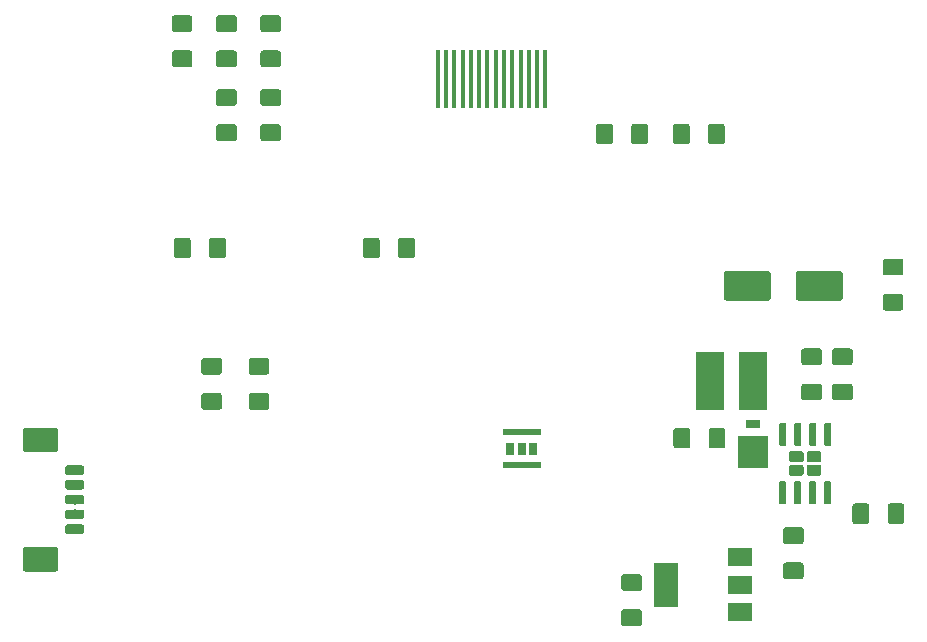
<source format=gbr>
G04 #@! TF.GenerationSoftware,KiCad,Pcbnew,(5.1.2)-2*
G04 #@! TF.CreationDate,2020-11-17T23:24:33+01:00*
G04 #@! TF.ProjectId,MieleProjectorPCB,4d69656c-6550-4726-9f6a-6563746f7250,rev?*
G04 #@! TF.SameCoordinates,Original*
G04 #@! TF.FileFunction,Paste,Top*
G04 #@! TF.FilePolarity,Positive*
%FSLAX46Y46*%
G04 Gerber Fmt 4.6, Leading zero omitted, Abs format (unit mm)*
G04 Created by KiCad (PCBNEW (5.1.2)-2) date 2020-11-17 23:24:33*
%MOMM*%
%LPD*%
G04 APERTURE LIST*
%ADD10O,0.400000X5.000000*%
%ADD11R,1.270000X0.762000*%
%ADD12R,2.540000X2.670000*%
%ADD13C,0.100000*%
%ADD14C,0.600000*%
%ADD15C,0.960000*%
%ADD16C,2.500000*%
%ADD17C,1.425000*%
%ADD18R,3.300000X0.500000*%
%ADD19R,0.750000X1.010000*%
%ADD20C,2.100000*%
%ADD21C,0.800000*%
%ADD22R,2.450000X4.900000*%
%ADD23R,2.000000X3.800000*%
%ADD24R,2.000000X1.500000*%
G04 APERTURE END LIST*
D10*
X73250000Y-105195000D03*
X72550000Y-105195000D03*
X71850000Y-105195000D03*
X71150000Y-105195000D03*
X70450000Y-105195000D03*
X69750000Y-105195000D03*
X69050000Y-105195000D03*
X68350000Y-105195000D03*
X67650000Y-105195000D03*
X66950000Y-105195000D03*
X66250000Y-105195000D03*
X65550000Y-105195000D03*
X64850000Y-105195000D03*
X64150000Y-105195000D03*
D11*
X90800000Y-134384000D03*
D12*
X90800000Y-136735000D03*
D13*
G36*
X93509703Y-134300722D02*
G01*
X93524264Y-134302882D01*
X93538543Y-134306459D01*
X93552403Y-134311418D01*
X93565710Y-134317712D01*
X93578336Y-134325280D01*
X93590159Y-134334048D01*
X93601066Y-134343934D01*
X93610952Y-134354841D01*
X93619720Y-134366664D01*
X93627288Y-134379290D01*
X93633582Y-134392597D01*
X93638541Y-134406457D01*
X93642118Y-134420736D01*
X93644278Y-134435297D01*
X93645000Y-134450000D01*
X93645000Y-136100000D01*
X93644278Y-136114703D01*
X93642118Y-136129264D01*
X93638541Y-136143543D01*
X93633582Y-136157403D01*
X93627288Y-136170710D01*
X93619720Y-136183336D01*
X93610952Y-136195159D01*
X93601066Y-136206066D01*
X93590159Y-136215952D01*
X93578336Y-136224720D01*
X93565710Y-136232288D01*
X93552403Y-136238582D01*
X93538543Y-136243541D01*
X93524264Y-136247118D01*
X93509703Y-136249278D01*
X93495000Y-136250000D01*
X93195000Y-136250000D01*
X93180297Y-136249278D01*
X93165736Y-136247118D01*
X93151457Y-136243541D01*
X93137597Y-136238582D01*
X93124290Y-136232288D01*
X93111664Y-136224720D01*
X93099841Y-136215952D01*
X93088934Y-136206066D01*
X93079048Y-136195159D01*
X93070280Y-136183336D01*
X93062712Y-136170710D01*
X93056418Y-136157403D01*
X93051459Y-136143543D01*
X93047882Y-136129264D01*
X93045722Y-136114703D01*
X93045000Y-136100000D01*
X93045000Y-134450000D01*
X93045722Y-134435297D01*
X93047882Y-134420736D01*
X93051459Y-134406457D01*
X93056418Y-134392597D01*
X93062712Y-134379290D01*
X93070280Y-134366664D01*
X93079048Y-134354841D01*
X93088934Y-134343934D01*
X93099841Y-134334048D01*
X93111664Y-134325280D01*
X93124290Y-134317712D01*
X93137597Y-134311418D01*
X93151457Y-134306459D01*
X93165736Y-134302882D01*
X93180297Y-134300722D01*
X93195000Y-134300000D01*
X93495000Y-134300000D01*
X93509703Y-134300722D01*
X93509703Y-134300722D01*
G37*
D14*
X93345000Y-135275000D03*
D13*
G36*
X94779703Y-134300722D02*
G01*
X94794264Y-134302882D01*
X94808543Y-134306459D01*
X94822403Y-134311418D01*
X94835710Y-134317712D01*
X94848336Y-134325280D01*
X94860159Y-134334048D01*
X94871066Y-134343934D01*
X94880952Y-134354841D01*
X94889720Y-134366664D01*
X94897288Y-134379290D01*
X94903582Y-134392597D01*
X94908541Y-134406457D01*
X94912118Y-134420736D01*
X94914278Y-134435297D01*
X94915000Y-134450000D01*
X94915000Y-136100000D01*
X94914278Y-136114703D01*
X94912118Y-136129264D01*
X94908541Y-136143543D01*
X94903582Y-136157403D01*
X94897288Y-136170710D01*
X94889720Y-136183336D01*
X94880952Y-136195159D01*
X94871066Y-136206066D01*
X94860159Y-136215952D01*
X94848336Y-136224720D01*
X94835710Y-136232288D01*
X94822403Y-136238582D01*
X94808543Y-136243541D01*
X94794264Y-136247118D01*
X94779703Y-136249278D01*
X94765000Y-136250000D01*
X94465000Y-136250000D01*
X94450297Y-136249278D01*
X94435736Y-136247118D01*
X94421457Y-136243541D01*
X94407597Y-136238582D01*
X94394290Y-136232288D01*
X94381664Y-136224720D01*
X94369841Y-136215952D01*
X94358934Y-136206066D01*
X94349048Y-136195159D01*
X94340280Y-136183336D01*
X94332712Y-136170710D01*
X94326418Y-136157403D01*
X94321459Y-136143543D01*
X94317882Y-136129264D01*
X94315722Y-136114703D01*
X94315000Y-136100000D01*
X94315000Y-134450000D01*
X94315722Y-134435297D01*
X94317882Y-134420736D01*
X94321459Y-134406457D01*
X94326418Y-134392597D01*
X94332712Y-134379290D01*
X94340280Y-134366664D01*
X94349048Y-134354841D01*
X94358934Y-134343934D01*
X94369841Y-134334048D01*
X94381664Y-134325280D01*
X94394290Y-134317712D01*
X94407597Y-134311418D01*
X94421457Y-134306459D01*
X94435736Y-134302882D01*
X94450297Y-134300722D01*
X94465000Y-134300000D01*
X94765000Y-134300000D01*
X94779703Y-134300722D01*
X94779703Y-134300722D01*
G37*
D14*
X94615000Y-135275000D03*
D13*
G36*
X96049703Y-134300722D02*
G01*
X96064264Y-134302882D01*
X96078543Y-134306459D01*
X96092403Y-134311418D01*
X96105710Y-134317712D01*
X96118336Y-134325280D01*
X96130159Y-134334048D01*
X96141066Y-134343934D01*
X96150952Y-134354841D01*
X96159720Y-134366664D01*
X96167288Y-134379290D01*
X96173582Y-134392597D01*
X96178541Y-134406457D01*
X96182118Y-134420736D01*
X96184278Y-134435297D01*
X96185000Y-134450000D01*
X96185000Y-136100000D01*
X96184278Y-136114703D01*
X96182118Y-136129264D01*
X96178541Y-136143543D01*
X96173582Y-136157403D01*
X96167288Y-136170710D01*
X96159720Y-136183336D01*
X96150952Y-136195159D01*
X96141066Y-136206066D01*
X96130159Y-136215952D01*
X96118336Y-136224720D01*
X96105710Y-136232288D01*
X96092403Y-136238582D01*
X96078543Y-136243541D01*
X96064264Y-136247118D01*
X96049703Y-136249278D01*
X96035000Y-136250000D01*
X95735000Y-136250000D01*
X95720297Y-136249278D01*
X95705736Y-136247118D01*
X95691457Y-136243541D01*
X95677597Y-136238582D01*
X95664290Y-136232288D01*
X95651664Y-136224720D01*
X95639841Y-136215952D01*
X95628934Y-136206066D01*
X95619048Y-136195159D01*
X95610280Y-136183336D01*
X95602712Y-136170710D01*
X95596418Y-136157403D01*
X95591459Y-136143543D01*
X95587882Y-136129264D01*
X95585722Y-136114703D01*
X95585000Y-136100000D01*
X95585000Y-134450000D01*
X95585722Y-134435297D01*
X95587882Y-134420736D01*
X95591459Y-134406457D01*
X95596418Y-134392597D01*
X95602712Y-134379290D01*
X95610280Y-134366664D01*
X95619048Y-134354841D01*
X95628934Y-134343934D01*
X95639841Y-134334048D01*
X95651664Y-134325280D01*
X95664290Y-134317712D01*
X95677597Y-134311418D01*
X95691457Y-134306459D01*
X95705736Y-134302882D01*
X95720297Y-134300722D01*
X95735000Y-134300000D01*
X96035000Y-134300000D01*
X96049703Y-134300722D01*
X96049703Y-134300722D01*
G37*
D14*
X95885000Y-135275000D03*
D13*
G36*
X97319703Y-134300722D02*
G01*
X97334264Y-134302882D01*
X97348543Y-134306459D01*
X97362403Y-134311418D01*
X97375710Y-134317712D01*
X97388336Y-134325280D01*
X97400159Y-134334048D01*
X97411066Y-134343934D01*
X97420952Y-134354841D01*
X97429720Y-134366664D01*
X97437288Y-134379290D01*
X97443582Y-134392597D01*
X97448541Y-134406457D01*
X97452118Y-134420736D01*
X97454278Y-134435297D01*
X97455000Y-134450000D01*
X97455000Y-136100000D01*
X97454278Y-136114703D01*
X97452118Y-136129264D01*
X97448541Y-136143543D01*
X97443582Y-136157403D01*
X97437288Y-136170710D01*
X97429720Y-136183336D01*
X97420952Y-136195159D01*
X97411066Y-136206066D01*
X97400159Y-136215952D01*
X97388336Y-136224720D01*
X97375710Y-136232288D01*
X97362403Y-136238582D01*
X97348543Y-136243541D01*
X97334264Y-136247118D01*
X97319703Y-136249278D01*
X97305000Y-136250000D01*
X97005000Y-136250000D01*
X96990297Y-136249278D01*
X96975736Y-136247118D01*
X96961457Y-136243541D01*
X96947597Y-136238582D01*
X96934290Y-136232288D01*
X96921664Y-136224720D01*
X96909841Y-136215952D01*
X96898934Y-136206066D01*
X96889048Y-136195159D01*
X96880280Y-136183336D01*
X96872712Y-136170710D01*
X96866418Y-136157403D01*
X96861459Y-136143543D01*
X96857882Y-136129264D01*
X96855722Y-136114703D01*
X96855000Y-136100000D01*
X96855000Y-134450000D01*
X96855722Y-134435297D01*
X96857882Y-134420736D01*
X96861459Y-134406457D01*
X96866418Y-134392597D01*
X96872712Y-134379290D01*
X96880280Y-134366664D01*
X96889048Y-134354841D01*
X96898934Y-134343934D01*
X96909841Y-134334048D01*
X96921664Y-134325280D01*
X96934290Y-134317712D01*
X96947597Y-134311418D01*
X96961457Y-134306459D01*
X96975736Y-134302882D01*
X96990297Y-134300722D01*
X97005000Y-134300000D01*
X97305000Y-134300000D01*
X97319703Y-134300722D01*
X97319703Y-134300722D01*
G37*
D14*
X97155000Y-135275000D03*
D13*
G36*
X97319703Y-139250722D02*
G01*
X97334264Y-139252882D01*
X97348543Y-139256459D01*
X97362403Y-139261418D01*
X97375710Y-139267712D01*
X97388336Y-139275280D01*
X97400159Y-139284048D01*
X97411066Y-139293934D01*
X97420952Y-139304841D01*
X97429720Y-139316664D01*
X97437288Y-139329290D01*
X97443582Y-139342597D01*
X97448541Y-139356457D01*
X97452118Y-139370736D01*
X97454278Y-139385297D01*
X97455000Y-139400000D01*
X97455000Y-141050000D01*
X97454278Y-141064703D01*
X97452118Y-141079264D01*
X97448541Y-141093543D01*
X97443582Y-141107403D01*
X97437288Y-141120710D01*
X97429720Y-141133336D01*
X97420952Y-141145159D01*
X97411066Y-141156066D01*
X97400159Y-141165952D01*
X97388336Y-141174720D01*
X97375710Y-141182288D01*
X97362403Y-141188582D01*
X97348543Y-141193541D01*
X97334264Y-141197118D01*
X97319703Y-141199278D01*
X97305000Y-141200000D01*
X97005000Y-141200000D01*
X96990297Y-141199278D01*
X96975736Y-141197118D01*
X96961457Y-141193541D01*
X96947597Y-141188582D01*
X96934290Y-141182288D01*
X96921664Y-141174720D01*
X96909841Y-141165952D01*
X96898934Y-141156066D01*
X96889048Y-141145159D01*
X96880280Y-141133336D01*
X96872712Y-141120710D01*
X96866418Y-141107403D01*
X96861459Y-141093543D01*
X96857882Y-141079264D01*
X96855722Y-141064703D01*
X96855000Y-141050000D01*
X96855000Y-139400000D01*
X96855722Y-139385297D01*
X96857882Y-139370736D01*
X96861459Y-139356457D01*
X96866418Y-139342597D01*
X96872712Y-139329290D01*
X96880280Y-139316664D01*
X96889048Y-139304841D01*
X96898934Y-139293934D01*
X96909841Y-139284048D01*
X96921664Y-139275280D01*
X96934290Y-139267712D01*
X96947597Y-139261418D01*
X96961457Y-139256459D01*
X96975736Y-139252882D01*
X96990297Y-139250722D01*
X97005000Y-139250000D01*
X97305000Y-139250000D01*
X97319703Y-139250722D01*
X97319703Y-139250722D01*
G37*
D14*
X97155000Y-140225000D03*
D13*
G36*
X96049703Y-139250722D02*
G01*
X96064264Y-139252882D01*
X96078543Y-139256459D01*
X96092403Y-139261418D01*
X96105710Y-139267712D01*
X96118336Y-139275280D01*
X96130159Y-139284048D01*
X96141066Y-139293934D01*
X96150952Y-139304841D01*
X96159720Y-139316664D01*
X96167288Y-139329290D01*
X96173582Y-139342597D01*
X96178541Y-139356457D01*
X96182118Y-139370736D01*
X96184278Y-139385297D01*
X96185000Y-139400000D01*
X96185000Y-141050000D01*
X96184278Y-141064703D01*
X96182118Y-141079264D01*
X96178541Y-141093543D01*
X96173582Y-141107403D01*
X96167288Y-141120710D01*
X96159720Y-141133336D01*
X96150952Y-141145159D01*
X96141066Y-141156066D01*
X96130159Y-141165952D01*
X96118336Y-141174720D01*
X96105710Y-141182288D01*
X96092403Y-141188582D01*
X96078543Y-141193541D01*
X96064264Y-141197118D01*
X96049703Y-141199278D01*
X96035000Y-141200000D01*
X95735000Y-141200000D01*
X95720297Y-141199278D01*
X95705736Y-141197118D01*
X95691457Y-141193541D01*
X95677597Y-141188582D01*
X95664290Y-141182288D01*
X95651664Y-141174720D01*
X95639841Y-141165952D01*
X95628934Y-141156066D01*
X95619048Y-141145159D01*
X95610280Y-141133336D01*
X95602712Y-141120710D01*
X95596418Y-141107403D01*
X95591459Y-141093543D01*
X95587882Y-141079264D01*
X95585722Y-141064703D01*
X95585000Y-141050000D01*
X95585000Y-139400000D01*
X95585722Y-139385297D01*
X95587882Y-139370736D01*
X95591459Y-139356457D01*
X95596418Y-139342597D01*
X95602712Y-139329290D01*
X95610280Y-139316664D01*
X95619048Y-139304841D01*
X95628934Y-139293934D01*
X95639841Y-139284048D01*
X95651664Y-139275280D01*
X95664290Y-139267712D01*
X95677597Y-139261418D01*
X95691457Y-139256459D01*
X95705736Y-139252882D01*
X95720297Y-139250722D01*
X95735000Y-139250000D01*
X96035000Y-139250000D01*
X96049703Y-139250722D01*
X96049703Y-139250722D01*
G37*
D14*
X95885000Y-140225000D03*
D13*
G36*
X94779703Y-139250722D02*
G01*
X94794264Y-139252882D01*
X94808543Y-139256459D01*
X94822403Y-139261418D01*
X94835710Y-139267712D01*
X94848336Y-139275280D01*
X94860159Y-139284048D01*
X94871066Y-139293934D01*
X94880952Y-139304841D01*
X94889720Y-139316664D01*
X94897288Y-139329290D01*
X94903582Y-139342597D01*
X94908541Y-139356457D01*
X94912118Y-139370736D01*
X94914278Y-139385297D01*
X94915000Y-139400000D01*
X94915000Y-141050000D01*
X94914278Y-141064703D01*
X94912118Y-141079264D01*
X94908541Y-141093543D01*
X94903582Y-141107403D01*
X94897288Y-141120710D01*
X94889720Y-141133336D01*
X94880952Y-141145159D01*
X94871066Y-141156066D01*
X94860159Y-141165952D01*
X94848336Y-141174720D01*
X94835710Y-141182288D01*
X94822403Y-141188582D01*
X94808543Y-141193541D01*
X94794264Y-141197118D01*
X94779703Y-141199278D01*
X94765000Y-141200000D01*
X94465000Y-141200000D01*
X94450297Y-141199278D01*
X94435736Y-141197118D01*
X94421457Y-141193541D01*
X94407597Y-141188582D01*
X94394290Y-141182288D01*
X94381664Y-141174720D01*
X94369841Y-141165952D01*
X94358934Y-141156066D01*
X94349048Y-141145159D01*
X94340280Y-141133336D01*
X94332712Y-141120710D01*
X94326418Y-141107403D01*
X94321459Y-141093543D01*
X94317882Y-141079264D01*
X94315722Y-141064703D01*
X94315000Y-141050000D01*
X94315000Y-139400000D01*
X94315722Y-139385297D01*
X94317882Y-139370736D01*
X94321459Y-139356457D01*
X94326418Y-139342597D01*
X94332712Y-139329290D01*
X94340280Y-139316664D01*
X94349048Y-139304841D01*
X94358934Y-139293934D01*
X94369841Y-139284048D01*
X94381664Y-139275280D01*
X94394290Y-139267712D01*
X94407597Y-139261418D01*
X94421457Y-139256459D01*
X94435736Y-139252882D01*
X94450297Y-139250722D01*
X94465000Y-139250000D01*
X94765000Y-139250000D01*
X94779703Y-139250722D01*
X94779703Y-139250722D01*
G37*
D14*
X94615000Y-140225000D03*
D13*
G36*
X93509703Y-139250722D02*
G01*
X93524264Y-139252882D01*
X93538543Y-139256459D01*
X93552403Y-139261418D01*
X93565710Y-139267712D01*
X93578336Y-139275280D01*
X93590159Y-139284048D01*
X93601066Y-139293934D01*
X93610952Y-139304841D01*
X93619720Y-139316664D01*
X93627288Y-139329290D01*
X93633582Y-139342597D01*
X93638541Y-139356457D01*
X93642118Y-139370736D01*
X93644278Y-139385297D01*
X93645000Y-139400000D01*
X93645000Y-141050000D01*
X93644278Y-141064703D01*
X93642118Y-141079264D01*
X93638541Y-141093543D01*
X93633582Y-141107403D01*
X93627288Y-141120710D01*
X93619720Y-141133336D01*
X93610952Y-141145159D01*
X93601066Y-141156066D01*
X93590159Y-141165952D01*
X93578336Y-141174720D01*
X93565710Y-141182288D01*
X93552403Y-141188582D01*
X93538543Y-141193541D01*
X93524264Y-141197118D01*
X93509703Y-141199278D01*
X93495000Y-141200000D01*
X93195000Y-141200000D01*
X93180297Y-141199278D01*
X93165736Y-141197118D01*
X93151457Y-141193541D01*
X93137597Y-141188582D01*
X93124290Y-141182288D01*
X93111664Y-141174720D01*
X93099841Y-141165952D01*
X93088934Y-141156066D01*
X93079048Y-141145159D01*
X93070280Y-141133336D01*
X93062712Y-141120710D01*
X93056418Y-141107403D01*
X93051459Y-141093543D01*
X93047882Y-141079264D01*
X93045722Y-141064703D01*
X93045000Y-141050000D01*
X93045000Y-139400000D01*
X93045722Y-139385297D01*
X93047882Y-139370736D01*
X93051459Y-139356457D01*
X93056418Y-139342597D01*
X93062712Y-139329290D01*
X93070280Y-139316664D01*
X93079048Y-139304841D01*
X93088934Y-139293934D01*
X93099841Y-139284048D01*
X93111664Y-139275280D01*
X93124290Y-139267712D01*
X93137597Y-139261418D01*
X93151457Y-139256459D01*
X93165736Y-139252882D01*
X93180297Y-139250722D01*
X93195000Y-139250000D01*
X93495000Y-139250000D01*
X93509703Y-139250722D01*
X93509703Y-139250722D01*
G37*
D14*
X93345000Y-140225000D03*
D13*
G36*
X96408524Y-136701156D02*
G01*
X96431822Y-136704612D01*
X96454668Y-136710334D01*
X96476844Y-136718269D01*
X96498135Y-136728339D01*
X96518337Y-136740447D01*
X96537254Y-136754477D01*
X96554706Y-136770294D01*
X96570523Y-136787746D01*
X96584553Y-136806663D01*
X96596661Y-136826865D01*
X96606731Y-136848156D01*
X96614666Y-136870332D01*
X96620388Y-136893178D01*
X96623844Y-136916476D01*
X96625000Y-136940000D01*
X96625000Y-137420000D01*
X96623844Y-137443524D01*
X96620388Y-137466822D01*
X96614666Y-137489668D01*
X96606731Y-137511844D01*
X96596661Y-137533135D01*
X96584553Y-137553337D01*
X96570523Y-137572254D01*
X96554706Y-137589706D01*
X96537254Y-137605523D01*
X96518337Y-137619553D01*
X96498135Y-137631661D01*
X96476844Y-137641731D01*
X96454668Y-137649666D01*
X96431822Y-137655388D01*
X96408524Y-137658844D01*
X96385000Y-137660000D01*
X95615000Y-137660000D01*
X95591476Y-137658844D01*
X95568178Y-137655388D01*
X95545332Y-137649666D01*
X95523156Y-137641731D01*
X95501865Y-137631661D01*
X95481663Y-137619553D01*
X95462746Y-137605523D01*
X95445294Y-137589706D01*
X95429477Y-137572254D01*
X95415447Y-137553337D01*
X95403339Y-137533135D01*
X95393269Y-137511844D01*
X95385334Y-137489668D01*
X95379612Y-137466822D01*
X95376156Y-137443524D01*
X95375000Y-137420000D01*
X95375000Y-136940000D01*
X95376156Y-136916476D01*
X95379612Y-136893178D01*
X95385334Y-136870332D01*
X95393269Y-136848156D01*
X95403339Y-136826865D01*
X95415447Y-136806663D01*
X95429477Y-136787746D01*
X95445294Y-136770294D01*
X95462746Y-136754477D01*
X95481663Y-136740447D01*
X95501865Y-136728339D01*
X95523156Y-136718269D01*
X95545332Y-136710334D01*
X95568178Y-136704612D01*
X95591476Y-136701156D01*
X95615000Y-136700000D01*
X96385000Y-136700000D01*
X96408524Y-136701156D01*
X96408524Y-136701156D01*
G37*
D15*
X96000000Y-137180000D03*
D13*
G36*
X94908524Y-136701156D02*
G01*
X94931822Y-136704612D01*
X94954668Y-136710334D01*
X94976844Y-136718269D01*
X94998135Y-136728339D01*
X95018337Y-136740447D01*
X95037254Y-136754477D01*
X95054706Y-136770294D01*
X95070523Y-136787746D01*
X95084553Y-136806663D01*
X95096661Y-136826865D01*
X95106731Y-136848156D01*
X95114666Y-136870332D01*
X95120388Y-136893178D01*
X95123844Y-136916476D01*
X95125000Y-136940000D01*
X95125000Y-137420000D01*
X95123844Y-137443524D01*
X95120388Y-137466822D01*
X95114666Y-137489668D01*
X95106731Y-137511844D01*
X95096661Y-137533135D01*
X95084553Y-137553337D01*
X95070523Y-137572254D01*
X95054706Y-137589706D01*
X95037254Y-137605523D01*
X95018337Y-137619553D01*
X94998135Y-137631661D01*
X94976844Y-137641731D01*
X94954668Y-137649666D01*
X94931822Y-137655388D01*
X94908524Y-137658844D01*
X94885000Y-137660000D01*
X94115000Y-137660000D01*
X94091476Y-137658844D01*
X94068178Y-137655388D01*
X94045332Y-137649666D01*
X94023156Y-137641731D01*
X94001865Y-137631661D01*
X93981663Y-137619553D01*
X93962746Y-137605523D01*
X93945294Y-137589706D01*
X93929477Y-137572254D01*
X93915447Y-137553337D01*
X93903339Y-137533135D01*
X93893269Y-137511844D01*
X93885334Y-137489668D01*
X93879612Y-137466822D01*
X93876156Y-137443524D01*
X93875000Y-137420000D01*
X93875000Y-136940000D01*
X93876156Y-136916476D01*
X93879612Y-136893178D01*
X93885334Y-136870332D01*
X93893269Y-136848156D01*
X93903339Y-136826865D01*
X93915447Y-136806663D01*
X93929477Y-136787746D01*
X93945294Y-136770294D01*
X93962746Y-136754477D01*
X93981663Y-136740447D01*
X94001865Y-136728339D01*
X94023156Y-136718269D01*
X94045332Y-136710334D01*
X94068178Y-136704612D01*
X94091476Y-136701156D01*
X94115000Y-136700000D01*
X94885000Y-136700000D01*
X94908524Y-136701156D01*
X94908524Y-136701156D01*
G37*
D15*
X94500000Y-137180000D03*
D13*
G36*
X96408524Y-137841156D02*
G01*
X96431822Y-137844612D01*
X96454668Y-137850334D01*
X96476844Y-137858269D01*
X96498135Y-137868339D01*
X96518337Y-137880447D01*
X96537254Y-137894477D01*
X96554706Y-137910294D01*
X96570523Y-137927746D01*
X96584553Y-137946663D01*
X96596661Y-137966865D01*
X96606731Y-137988156D01*
X96614666Y-138010332D01*
X96620388Y-138033178D01*
X96623844Y-138056476D01*
X96625000Y-138080000D01*
X96625000Y-138560000D01*
X96623844Y-138583524D01*
X96620388Y-138606822D01*
X96614666Y-138629668D01*
X96606731Y-138651844D01*
X96596661Y-138673135D01*
X96584553Y-138693337D01*
X96570523Y-138712254D01*
X96554706Y-138729706D01*
X96537254Y-138745523D01*
X96518337Y-138759553D01*
X96498135Y-138771661D01*
X96476844Y-138781731D01*
X96454668Y-138789666D01*
X96431822Y-138795388D01*
X96408524Y-138798844D01*
X96385000Y-138800000D01*
X95615000Y-138800000D01*
X95591476Y-138798844D01*
X95568178Y-138795388D01*
X95545332Y-138789666D01*
X95523156Y-138781731D01*
X95501865Y-138771661D01*
X95481663Y-138759553D01*
X95462746Y-138745523D01*
X95445294Y-138729706D01*
X95429477Y-138712254D01*
X95415447Y-138693337D01*
X95403339Y-138673135D01*
X95393269Y-138651844D01*
X95385334Y-138629668D01*
X95379612Y-138606822D01*
X95376156Y-138583524D01*
X95375000Y-138560000D01*
X95375000Y-138080000D01*
X95376156Y-138056476D01*
X95379612Y-138033178D01*
X95385334Y-138010332D01*
X95393269Y-137988156D01*
X95403339Y-137966865D01*
X95415447Y-137946663D01*
X95429477Y-137927746D01*
X95445294Y-137910294D01*
X95462746Y-137894477D01*
X95481663Y-137880447D01*
X95501865Y-137868339D01*
X95523156Y-137858269D01*
X95545332Y-137850334D01*
X95568178Y-137844612D01*
X95591476Y-137841156D01*
X95615000Y-137840000D01*
X96385000Y-137840000D01*
X96408524Y-137841156D01*
X96408524Y-137841156D01*
G37*
D15*
X96000000Y-138320000D03*
D13*
G36*
X94908524Y-137841156D02*
G01*
X94931822Y-137844612D01*
X94954668Y-137850334D01*
X94976844Y-137858269D01*
X94998135Y-137868339D01*
X95018337Y-137880447D01*
X95037254Y-137894477D01*
X95054706Y-137910294D01*
X95070523Y-137927746D01*
X95084553Y-137946663D01*
X95096661Y-137966865D01*
X95106731Y-137988156D01*
X95114666Y-138010332D01*
X95120388Y-138033178D01*
X95123844Y-138056476D01*
X95125000Y-138080000D01*
X95125000Y-138560000D01*
X95123844Y-138583524D01*
X95120388Y-138606822D01*
X95114666Y-138629668D01*
X95106731Y-138651844D01*
X95096661Y-138673135D01*
X95084553Y-138693337D01*
X95070523Y-138712254D01*
X95054706Y-138729706D01*
X95037254Y-138745523D01*
X95018337Y-138759553D01*
X94998135Y-138771661D01*
X94976844Y-138781731D01*
X94954668Y-138789666D01*
X94931822Y-138795388D01*
X94908524Y-138798844D01*
X94885000Y-138800000D01*
X94115000Y-138800000D01*
X94091476Y-138798844D01*
X94068178Y-138795388D01*
X94045332Y-138789666D01*
X94023156Y-138781731D01*
X94001865Y-138771661D01*
X93981663Y-138759553D01*
X93962746Y-138745523D01*
X93945294Y-138729706D01*
X93929477Y-138712254D01*
X93915447Y-138693337D01*
X93903339Y-138673135D01*
X93893269Y-138651844D01*
X93885334Y-138629668D01*
X93879612Y-138606822D01*
X93876156Y-138583524D01*
X93875000Y-138560000D01*
X93875000Y-138080000D01*
X93876156Y-138056476D01*
X93879612Y-138033178D01*
X93885334Y-138010332D01*
X93893269Y-137988156D01*
X93903339Y-137966865D01*
X93915447Y-137946663D01*
X93929477Y-137927746D01*
X93945294Y-137910294D01*
X93962746Y-137894477D01*
X93981663Y-137880447D01*
X94001865Y-137868339D01*
X94023156Y-137858269D01*
X94045332Y-137850334D01*
X94068178Y-137844612D01*
X94091476Y-137841156D01*
X94115000Y-137840000D01*
X94885000Y-137840000D01*
X94908524Y-137841156D01*
X94908524Y-137841156D01*
G37*
D15*
X94500000Y-138320000D03*
D13*
G36*
X92124504Y-121451204D02*
G01*
X92148773Y-121454804D01*
X92172571Y-121460765D01*
X92195671Y-121469030D01*
X92217849Y-121479520D01*
X92238893Y-121492133D01*
X92258598Y-121506747D01*
X92276777Y-121523223D01*
X92293253Y-121541402D01*
X92307867Y-121561107D01*
X92320480Y-121582151D01*
X92330970Y-121604329D01*
X92339235Y-121627429D01*
X92345196Y-121651227D01*
X92348796Y-121675496D01*
X92350000Y-121700000D01*
X92350000Y-123700000D01*
X92348796Y-123724504D01*
X92345196Y-123748773D01*
X92339235Y-123772571D01*
X92330970Y-123795671D01*
X92320480Y-123817849D01*
X92307867Y-123838893D01*
X92293253Y-123858598D01*
X92276777Y-123876777D01*
X92258598Y-123893253D01*
X92238893Y-123907867D01*
X92217849Y-123920480D01*
X92195671Y-123930970D01*
X92172571Y-123939235D01*
X92148773Y-123945196D01*
X92124504Y-123948796D01*
X92100000Y-123950000D01*
X88600000Y-123950000D01*
X88575496Y-123948796D01*
X88551227Y-123945196D01*
X88527429Y-123939235D01*
X88504329Y-123930970D01*
X88482151Y-123920480D01*
X88461107Y-123907867D01*
X88441402Y-123893253D01*
X88423223Y-123876777D01*
X88406747Y-123858598D01*
X88392133Y-123838893D01*
X88379520Y-123817849D01*
X88369030Y-123795671D01*
X88360765Y-123772571D01*
X88354804Y-123748773D01*
X88351204Y-123724504D01*
X88350000Y-123700000D01*
X88350000Y-121700000D01*
X88351204Y-121675496D01*
X88354804Y-121651227D01*
X88360765Y-121627429D01*
X88369030Y-121604329D01*
X88379520Y-121582151D01*
X88392133Y-121561107D01*
X88406747Y-121541402D01*
X88423223Y-121523223D01*
X88441402Y-121506747D01*
X88461107Y-121492133D01*
X88482151Y-121479520D01*
X88504329Y-121469030D01*
X88527429Y-121460765D01*
X88551227Y-121454804D01*
X88575496Y-121451204D01*
X88600000Y-121450000D01*
X92100000Y-121450000D01*
X92124504Y-121451204D01*
X92124504Y-121451204D01*
G37*
D16*
X90350000Y-122700000D03*
D13*
G36*
X98224504Y-121451204D02*
G01*
X98248773Y-121454804D01*
X98272571Y-121460765D01*
X98295671Y-121469030D01*
X98317849Y-121479520D01*
X98338893Y-121492133D01*
X98358598Y-121506747D01*
X98376777Y-121523223D01*
X98393253Y-121541402D01*
X98407867Y-121561107D01*
X98420480Y-121582151D01*
X98430970Y-121604329D01*
X98439235Y-121627429D01*
X98445196Y-121651227D01*
X98448796Y-121675496D01*
X98450000Y-121700000D01*
X98450000Y-123700000D01*
X98448796Y-123724504D01*
X98445196Y-123748773D01*
X98439235Y-123772571D01*
X98430970Y-123795671D01*
X98420480Y-123817849D01*
X98407867Y-123838893D01*
X98393253Y-123858598D01*
X98376777Y-123876777D01*
X98358598Y-123893253D01*
X98338893Y-123907867D01*
X98317849Y-123920480D01*
X98295671Y-123930970D01*
X98272571Y-123939235D01*
X98248773Y-123945196D01*
X98224504Y-123948796D01*
X98200000Y-123950000D01*
X94700000Y-123950000D01*
X94675496Y-123948796D01*
X94651227Y-123945196D01*
X94627429Y-123939235D01*
X94604329Y-123930970D01*
X94582151Y-123920480D01*
X94561107Y-123907867D01*
X94541402Y-123893253D01*
X94523223Y-123876777D01*
X94506747Y-123858598D01*
X94492133Y-123838893D01*
X94479520Y-123817849D01*
X94469030Y-123795671D01*
X94460765Y-123772571D01*
X94454804Y-123748773D01*
X94451204Y-123724504D01*
X94450000Y-123700000D01*
X94450000Y-121700000D01*
X94451204Y-121675496D01*
X94454804Y-121651227D01*
X94460765Y-121627429D01*
X94469030Y-121604329D01*
X94479520Y-121582151D01*
X94492133Y-121561107D01*
X94506747Y-121541402D01*
X94523223Y-121523223D01*
X94541402Y-121506747D01*
X94561107Y-121492133D01*
X94582151Y-121479520D01*
X94604329Y-121469030D01*
X94627429Y-121460765D01*
X94651227Y-121454804D01*
X94675496Y-121451204D01*
X94700000Y-121450000D01*
X98200000Y-121450000D01*
X98224504Y-121451204D01*
X98224504Y-121451204D01*
G37*
D16*
X96450000Y-122700000D03*
D13*
G36*
X103349504Y-120401204D02*
G01*
X103373773Y-120404804D01*
X103397571Y-120410765D01*
X103420671Y-120419030D01*
X103442849Y-120429520D01*
X103463893Y-120442133D01*
X103483598Y-120456747D01*
X103501777Y-120473223D01*
X103518253Y-120491402D01*
X103532867Y-120511107D01*
X103545480Y-120532151D01*
X103555970Y-120554329D01*
X103564235Y-120577429D01*
X103570196Y-120601227D01*
X103573796Y-120625496D01*
X103575000Y-120650000D01*
X103575000Y-121575000D01*
X103573796Y-121599504D01*
X103570196Y-121623773D01*
X103564235Y-121647571D01*
X103555970Y-121670671D01*
X103545480Y-121692849D01*
X103532867Y-121713893D01*
X103518253Y-121733598D01*
X103501777Y-121751777D01*
X103483598Y-121768253D01*
X103463893Y-121782867D01*
X103442849Y-121795480D01*
X103420671Y-121805970D01*
X103397571Y-121814235D01*
X103373773Y-121820196D01*
X103349504Y-121823796D01*
X103325000Y-121825000D01*
X102075000Y-121825000D01*
X102050496Y-121823796D01*
X102026227Y-121820196D01*
X102002429Y-121814235D01*
X101979329Y-121805970D01*
X101957151Y-121795480D01*
X101936107Y-121782867D01*
X101916402Y-121768253D01*
X101898223Y-121751777D01*
X101881747Y-121733598D01*
X101867133Y-121713893D01*
X101854520Y-121692849D01*
X101844030Y-121670671D01*
X101835765Y-121647571D01*
X101829804Y-121623773D01*
X101826204Y-121599504D01*
X101825000Y-121575000D01*
X101825000Y-120650000D01*
X101826204Y-120625496D01*
X101829804Y-120601227D01*
X101835765Y-120577429D01*
X101844030Y-120554329D01*
X101854520Y-120532151D01*
X101867133Y-120511107D01*
X101881747Y-120491402D01*
X101898223Y-120473223D01*
X101916402Y-120456747D01*
X101936107Y-120442133D01*
X101957151Y-120429520D01*
X101979329Y-120419030D01*
X102002429Y-120410765D01*
X102026227Y-120404804D01*
X102050496Y-120401204D01*
X102075000Y-120400000D01*
X103325000Y-120400000D01*
X103349504Y-120401204D01*
X103349504Y-120401204D01*
G37*
D17*
X102700000Y-121112500D03*
D13*
G36*
X103349504Y-123376204D02*
G01*
X103373773Y-123379804D01*
X103397571Y-123385765D01*
X103420671Y-123394030D01*
X103442849Y-123404520D01*
X103463893Y-123417133D01*
X103483598Y-123431747D01*
X103501777Y-123448223D01*
X103518253Y-123466402D01*
X103532867Y-123486107D01*
X103545480Y-123507151D01*
X103555970Y-123529329D01*
X103564235Y-123552429D01*
X103570196Y-123576227D01*
X103573796Y-123600496D01*
X103575000Y-123625000D01*
X103575000Y-124550000D01*
X103573796Y-124574504D01*
X103570196Y-124598773D01*
X103564235Y-124622571D01*
X103555970Y-124645671D01*
X103545480Y-124667849D01*
X103532867Y-124688893D01*
X103518253Y-124708598D01*
X103501777Y-124726777D01*
X103483598Y-124743253D01*
X103463893Y-124757867D01*
X103442849Y-124770480D01*
X103420671Y-124780970D01*
X103397571Y-124789235D01*
X103373773Y-124795196D01*
X103349504Y-124798796D01*
X103325000Y-124800000D01*
X102075000Y-124800000D01*
X102050496Y-124798796D01*
X102026227Y-124795196D01*
X102002429Y-124789235D01*
X101979329Y-124780970D01*
X101957151Y-124770480D01*
X101936107Y-124757867D01*
X101916402Y-124743253D01*
X101898223Y-124726777D01*
X101881747Y-124708598D01*
X101867133Y-124688893D01*
X101854520Y-124667849D01*
X101844030Y-124645671D01*
X101835765Y-124622571D01*
X101829804Y-124598773D01*
X101826204Y-124574504D01*
X101825000Y-124550000D01*
X101825000Y-123625000D01*
X101826204Y-123600496D01*
X101829804Y-123576227D01*
X101835765Y-123552429D01*
X101844030Y-123529329D01*
X101854520Y-123507151D01*
X101867133Y-123486107D01*
X101881747Y-123466402D01*
X101898223Y-123448223D01*
X101916402Y-123431747D01*
X101936107Y-123417133D01*
X101957151Y-123404520D01*
X101979329Y-123394030D01*
X102002429Y-123385765D01*
X102026227Y-123379804D01*
X102050496Y-123376204D01*
X102075000Y-123375000D01*
X103325000Y-123375000D01*
X103349504Y-123376204D01*
X103349504Y-123376204D01*
G37*
D17*
X102700000Y-124087500D03*
D13*
G36*
X81199504Y-147113704D02*
G01*
X81223773Y-147117304D01*
X81247571Y-147123265D01*
X81270671Y-147131530D01*
X81292849Y-147142020D01*
X81313893Y-147154633D01*
X81333598Y-147169247D01*
X81351777Y-147185723D01*
X81368253Y-147203902D01*
X81382867Y-147223607D01*
X81395480Y-147244651D01*
X81405970Y-147266829D01*
X81414235Y-147289929D01*
X81420196Y-147313727D01*
X81423796Y-147337996D01*
X81425000Y-147362500D01*
X81425000Y-148287500D01*
X81423796Y-148312004D01*
X81420196Y-148336273D01*
X81414235Y-148360071D01*
X81405970Y-148383171D01*
X81395480Y-148405349D01*
X81382867Y-148426393D01*
X81368253Y-148446098D01*
X81351777Y-148464277D01*
X81333598Y-148480753D01*
X81313893Y-148495367D01*
X81292849Y-148507980D01*
X81270671Y-148518470D01*
X81247571Y-148526735D01*
X81223773Y-148532696D01*
X81199504Y-148536296D01*
X81175000Y-148537500D01*
X79925000Y-148537500D01*
X79900496Y-148536296D01*
X79876227Y-148532696D01*
X79852429Y-148526735D01*
X79829329Y-148518470D01*
X79807151Y-148507980D01*
X79786107Y-148495367D01*
X79766402Y-148480753D01*
X79748223Y-148464277D01*
X79731747Y-148446098D01*
X79717133Y-148426393D01*
X79704520Y-148405349D01*
X79694030Y-148383171D01*
X79685765Y-148360071D01*
X79679804Y-148336273D01*
X79676204Y-148312004D01*
X79675000Y-148287500D01*
X79675000Y-147362500D01*
X79676204Y-147337996D01*
X79679804Y-147313727D01*
X79685765Y-147289929D01*
X79694030Y-147266829D01*
X79704520Y-147244651D01*
X79717133Y-147223607D01*
X79731747Y-147203902D01*
X79748223Y-147185723D01*
X79766402Y-147169247D01*
X79786107Y-147154633D01*
X79807151Y-147142020D01*
X79829329Y-147131530D01*
X79852429Y-147123265D01*
X79876227Y-147117304D01*
X79900496Y-147113704D01*
X79925000Y-147112500D01*
X81175000Y-147112500D01*
X81199504Y-147113704D01*
X81199504Y-147113704D01*
G37*
D17*
X80550000Y-147825000D03*
D13*
G36*
X81199504Y-150088704D02*
G01*
X81223773Y-150092304D01*
X81247571Y-150098265D01*
X81270671Y-150106530D01*
X81292849Y-150117020D01*
X81313893Y-150129633D01*
X81333598Y-150144247D01*
X81351777Y-150160723D01*
X81368253Y-150178902D01*
X81382867Y-150198607D01*
X81395480Y-150219651D01*
X81405970Y-150241829D01*
X81414235Y-150264929D01*
X81420196Y-150288727D01*
X81423796Y-150312996D01*
X81425000Y-150337500D01*
X81425000Y-151262500D01*
X81423796Y-151287004D01*
X81420196Y-151311273D01*
X81414235Y-151335071D01*
X81405970Y-151358171D01*
X81395480Y-151380349D01*
X81382867Y-151401393D01*
X81368253Y-151421098D01*
X81351777Y-151439277D01*
X81333598Y-151455753D01*
X81313893Y-151470367D01*
X81292849Y-151482980D01*
X81270671Y-151493470D01*
X81247571Y-151501735D01*
X81223773Y-151507696D01*
X81199504Y-151511296D01*
X81175000Y-151512500D01*
X79925000Y-151512500D01*
X79900496Y-151511296D01*
X79876227Y-151507696D01*
X79852429Y-151501735D01*
X79829329Y-151493470D01*
X79807151Y-151482980D01*
X79786107Y-151470367D01*
X79766402Y-151455753D01*
X79748223Y-151439277D01*
X79731747Y-151421098D01*
X79717133Y-151401393D01*
X79704520Y-151380349D01*
X79694030Y-151358171D01*
X79685765Y-151335071D01*
X79679804Y-151311273D01*
X79676204Y-151287004D01*
X79675000Y-151262500D01*
X79675000Y-150337500D01*
X79676204Y-150312996D01*
X79679804Y-150288727D01*
X79685765Y-150264929D01*
X79694030Y-150241829D01*
X79704520Y-150219651D01*
X79717133Y-150198607D01*
X79731747Y-150178902D01*
X79748223Y-150160723D01*
X79766402Y-150144247D01*
X79786107Y-150129633D01*
X79807151Y-150117020D01*
X79829329Y-150106530D01*
X79852429Y-150098265D01*
X79876227Y-150092304D01*
X79900496Y-150088704D01*
X79925000Y-150087500D01*
X81175000Y-150087500D01*
X81199504Y-150088704D01*
X81199504Y-150088704D01*
G37*
D17*
X80550000Y-150800000D03*
D13*
G36*
X46899504Y-109026204D02*
G01*
X46923773Y-109029804D01*
X46947571Y-109035765D01*
X46970671Y-109044030D01*
X46992849Y-109054520D01*
X47013893Y-109067133D01*
X47033598Y-109081747D01*
X47051777Y-109098223D01*
X47068253Y-109116402D01*
X47082867Y-109136107D01*
X47095480Y-109157151D01*
X47105970Y-109179329D01*
X47114235Y-109202429D01*
X47120196Y-109226227D01*
X47123796Y-109250496D01*
X47125000Y-109275000D01*
X47125000Y-110200000D01*
X47123796Y-110224504D01*
X47120196Y-110248773D01*
X47114235Y-110272571D01*
X47105970Y-110295671D01*
X47095480Y-110317849D01*
X47082867Y-110338893D01*
X47068253Y-110358598D01*
X47051777Y-110376777D01*
X47033598Y-110393253D01*
X47013893Y-110407867D01*
X46992849Y-110420480D01*
X46970671Y-110430970D01*
X46947571Y-110439235D01*
X46923773Y-110445196D01*
X46899504Y-110448796D01*
X46875000Y-110450000D01*
X45625000Y-110450000D01*
X45600496Y-110448796D01*
X45576227Y-110445196D01*
X45552429Y-110439235D01*
X45529329Y-110430970D01*
X45507151Y-110420480D01*
X45486107Y-110407867D01*
X45466402Y-110393253D01*
X45448223Y-110376777D01*
X45431747Y-110358598D01*
X45417133Y-110338893D01*
X45404520Y-110317849D01*
X45394030Y-110295671D01*
X45385765Y-110272571D01*
X45379804Y-110248773D01*
X45376204Y-110224504D01*
X45375000Y-110200000D01*
X45375000Y-109275000D01*
X45376204Y-109250496D01*
X45379804Y-109226227D01*
X45385765Y-109202429D01*
X45394030Y-109179329D01*
X45404520Y-109157151D01*
X45417133Y-109136107D01*
X45431747Y-109116402D01*
X45448223Y-109098223D01*
X45466402Y-109081747D01*
X45486107Y-109067133D01*
X45507151Y-109054520D01*
X45529329Y-109044030D01*
X45552429Y-109035765D01*
X45576227Y-109029804D01*
X45600496Y-109026204D01*
X45625000Y-109025000D01*
X46875000Y-109025000D01*
X46899504Y-109026204D01*
X46899504Y-109026204D01*
G37*
D17*
X46250000Y-109737500D03*
D13*
G36*
X46899504Y-106051204D02*
G01*
X46923773Y-106054804D01*
X46947571Y-106060765D01*
X46970671Y-106069030D01*
X46992849Y-106079520D01*
X47013893Y-106092133D01*
X47033598Y-106106747D01*
X47051777Y-106123223D01*
X47068253Y-106141402D01*
X47082867Y-106161107D01*
X47095480Y-106182151D01*
X47105970Y-106204329D01*
X47114235Y-106227429D01*
X47120196Y-106251227D01*
X47123796Y-106275496D01*
X47125000Y-106300000D01*
X47125000Y-107225000D01*
X47123796Y-107249504D01*
X47120196Y-107273773D01*
X47114235Y-107297571D01*
X47105970Y-107320671D01*
X47095480Y-107342849D01*
X47082867Y-107363893D01*
X47068253Y-107383598D01*
X47051777Y-107401777D01*
X47033598Y-107418253D01*
X47013893Y-107432867D01*
X46992849Y-107445480D01*
X46970671Y-107455970D01*
X46947571Y-107464235D01*
X46923773Y-107470196D01*
X46899504Y-107473796D01*
X46875000Y-107475000D01*
X45625000Y-107475000D01*
X45600496Y-107473796D01*
X45576227Y-107470196D01*
X45552429Y-107464235D01*
X45529329Y-107455970D01*
X45507151Y-107445480D01*
X45486107Y-107432867D01*
X45466402Y-107418253D01*
X45448223Y-107401777D01*
X45431747Y-107383598D01*
X45417133Y-107363893D01*
X45404520Y-107342849D01*
X45394030Y-107320671D01*
X45385765Y-107297571D01*
X45379804Y-107273773D01*
X45376204Y-107249504D01*
X45375000Y-107225000D01*
X45375000Y-106300000D01*
X45376204Y-106275496D01*
X45379804Y-106251227D01*
X45385765Y-106227429D01*
X45394030Y-106204329D01*
X45404520Y-106182151D01*
X45417133Y-106161107D01*
X45431747Y-106141402D01*
X45448223Y-106123223D01*
X45466402Y-106106747D01*
X45486107Y-106092133D01*
X45507151Y-106079520D01*
X45529329Y-106069030D01*
X45552429Y-106060765D01*
X45576227Y-106054804D01*
X45600496Y-106051204D01*
X45625000Y-106050000D01*
X46875000Y-106050000D01*
X46899504Y-106051204D01*
X46899504Y-106051204D01*
G37*
D17*
X46250000Y-106762500D03*
D13*
G36*
X81724504Y-108976204D02*
G01*
X81748773Y-108979804D01*
X81772571Y-108985765D01*
X81795671Y-108994030D01*
X81817849Y-109004520D01*
X81838893Y-109017133D01*
X81858598Y-109031747D01*
X81876777Y-109048223D01*
X81893253Y-109066402D01*
X81907867Y-109086107D01*
X81920480Y-109107151D01*
X81930970Y-109129329D01*
X81939235Y-109152429D01*
X81945196Y-109176227D01*
X81948796Y-109200496D01*
X81950000Y-109225000D01*
X81950000Y-110475000D01*
X81948796Y-110499504D01*
X81945196Y-110523773D01*
X81939235Y-110547571D01*
X81930970Y-110570671D01*
X81920480Y-110592849D01*
X81907867Y-110613893D01*
X81893253Y-110633598D01*
X81876777Y-110651777D01*
X81858598Y-110668253D01*
X81838893Y-110682867D01*
X81817849Y-110695480D01*
X81795671Y-110705970D01*
X81772571Y-110714235D01*
X81748773Y-110720196D01*
X81724504Y-110723796D01*
X81700000Y-110725000D01*
X80775000Y-110725000D01*
X80750496Y-110723796D01*
X80726227Y-110720196D01*
X80702429Y-110714235D01*
X80679329Y-110705970D01*
X80657151Y-110695480D01*
X80636107Y-110682867D01*
X80616402Y-110668253D01*
X80598223Y-110651777D01*
X80581747Y-110633598D01*
X80567133Y-110613893D01*
X80554520Y-110592849D01*
X80544030Y-110570671D01*
X80535765Y-110547571D01*
X80529804Y-110523773D01*
X80526204Y-110499504D01*
X80525000Y-110475000D01*
X80525000Y-109225000D01*
X80526204Y-109200496D01*
X80529804Y-109176227D01*
X80535765Y-109152429D01*
X80544030Y-109129329D01*
X80554520Y-109107151D01*
X80567133Y-109086107D01*
X80581747Y-109066402D01*
X80598223Y-109048223D01*
X80616402Y-109031747D01*
X80636107Y-109017133D01*
X80657151Y-109004520D01*
X80679329Y-108994030D01*
X80702429Y-108985765D01*
X80726227Y-108979804D01*
X80750496Y-108976204D01*
X80775000Y-108975000D01*
X81700000Y-108975000D01*
X81724504Y-108976204D01*
X81724504Y-108976204D01*
G37*
D17*
X81237500Y-109850000D03*
D13*
G36*
X78749504Y-108976204D02*
G01*
X78773773Y-108979804D01*
X78797571Y-108985765D01*
X78820671Y-108994030D01*
X78842849Y-109004520D01*
X78863893Y-109017133D01*
X78883598Y-109031747D01*
X78901777Y-109048223D01*
X78918253Y-109066402D01*
X78932867Y-109086107D01*
X78945480Y-109107151D01*
X78955970Y-109129329D01*
X78964235Y-109152429D01*
X78970196Y-109176227D01*
X78973796Y-109200496D01*
X78975000Y-109225000D01*
X78975000Y-110475000D01*
X78973796Y-110499504D01*
X78970196Y-110523773D01*
X78964235Y-110547571D01*
X78955970Y-110570671D01*
X78945480Y-110592849D01*
X78932867Y-110613893D01*
X78918253Y-110633598D01*
X78901777Y-110651777D01*
X78883598Y-110668253D01*
X78863893Y-110682867D01*
X78842849Y-110695480D01*
X78820671Y-110705970D01*
X78797571Y-110714235D01*
X78773773Y-110720196D01*
X78749504Y-110723796D01*
X78725000Y-110725000D01*
X77800000Y-110725000D01*
X77775496Y-110723796D01*
X77751227Y-110720196D01*
X77727429Y-110714235D01*
X77704329Y-110705970D01*
X77682151Y-110695480D01*
X77661107Y-110682867D01*
X77641402Y-110668253D01*
X77623223Y-110651777D01*
X77606747Y-110633598D01*
X77592133Y-110613893D01*
X77579520Y-110592849D01*
X77569030Y-110570671D01*
X77560765Y-110547571D01*
X77554804Y-110523773D01*
X77551204Y-110499504D01*
X77550000Y-110475000D01*
X77550000Y-109225000D01*
X77551204Y-109200496D01*
X77554804Y-109176227D01*
X77560765Y-109152429D01*
X77569030Y-109129329D01*
X77579520Y-109107151D01*
X77592133Y-109086107D01*
X77606747Y-109066402D01*
X77623223Y-109048223D01*
X77641402Y-109031747D01*
X77661107Y-109017133D01*
X77682151Y-109004520D01*
X77704329Y-108994030D01*
X77727429Y-108985765D01*
X77751227Y-108979804D01*
X77775496Y-108976204D01*
X77800000Y-108975000D01*
X78725000Y-108975000D01*
X78749504Y-108976204D01*
X78749504Y-108976204D01*
G37*
D17*
X78262500Y-109850000D03*
D13*
G36*
X88224504Y-108976204D02*
G01*
X88248773Y-108979804D01*
X88272571Y-108985765D01*
X88295671Y-108994030D01*
X88317849Y-109004520D01*
X88338893Y-109017133D01*
X88358598Y-109031747D01*
X88376777Y-109048223D01*
X88393253Y-109066402D01*
X88407867Y-109086107D01*
X88420480Y-109107151D01*
X88430970Y-109129329D01*
X88439235Y-109152429D01*
X88445196Y-109176227D01*
X88448796Y-109200496D01*
X88450000Y-109225000D01*
X88450000Y-110475000D01*
X88448796Y-110499504D01*
X88445196Y-110523773D01*
X88439235Y-110547571D01*
X88430970Y-110570671D01*
X88420480Y-110592849D01*
X88407867Y-110613893D01*
X88393253Y-110633598D01*
X88376777Y-110651777D01*
X88358598Y-110668253D01*
X88338893Y-110682867D01*
X88317849Y-110695480D01*
X88295671Y-110705970D01*
X88272571Y-110714235D01*
X88248773Y-110720196D01*
X88224504Y-110723796D01*
X88200000Y-110725000D01*
X87275000Y-110725000D01*
X87250496Y-110723796D01*
X87226227Y-110720196D01*
X87202429Y-110714235D01*
X87179329Y-110705970D01*
X87157151Y-110695480D01*
X87136107Y-110682867D01*
X87116402Y-110668253D01*
X87098223Y-110651777D01*
X87081747Y-110633598D01*
X87067133Y-110613893D01*
X87054520Y-110592849D01*
X87044030Y-110570671D01*
X87035765Y-110547571D01*
X87029804Y-110523773D01*
X87026204Y-110499504D01*
X87025000Y-110475000D01*
X87025000Y-109225000D01*
X87026204Y-109200496D01*
X87029804Y-109176227D01*
X87035765Y-109152429D01*
X87044030Y-109129329D01*
X87054520Y-109107151D01*
X87067133Y-109086107D01*
X87081747Y-109066402D01*
X87098223Y-109048223D01*
X87116402Y-109031747D01*
X87136107Y-109017133D01*
X87157151Y-109004520D01*
X87179329Y-108994030D01*
X87202429Y-108985765D01*
X87226227Y-108979804D01*
X87250496Y-108976204D01*
X87275000Y-108975000D01*
X88200000Y-108975000D01*
X88224504Y-108976204D01*
X88224504Y-108976204D01*
G37*
D17*
X87737500Y-109850000D03*
D13*
G36*
X85249504Y-108976204D02*
G01*
X85273773Y-108979804D01*
X85297571Y-108985765D01*
X85320671Y-108994030D01*
X85342849Y-109004520D01*
X85363893Y-109017133D01*
X85383598Y-109031747D01*
X85401777Y-109048223D01*
X85418253Y-109066402D01*
X85432867Y-109086107D01*
X85445480Y-109107151D01*
X85455970Y-109129329D01*
X85464235Y-109152429D01*
X85470196Y-109176227D01*
X85473796Y-109200496D01*
X85475000Y-109225000D01*
X85475000Y-110475000D01*
X85473796Y-110499504D01*
X85470196Y-110523773D01*
X85464235Y-110547571D01*
X85455970Y-110570671D01*
X85445480Y-110592849D01*
X85432867Y-110613893D01*
X85418253Y-110633598D01*
X85401777Y-110651777D01*
X85383598Y-110668253D01*
X85363893Y-110682867D01*
X85342849Y-110695480D01*
X85320671Y-110705970D01*
X85297571Y-110714235D01*
X85273773Y-110720196D01*
X85249504Y-110723796D01*
X85225000Y-110725000D01*
X84300000Y-110725000D01*
X84275496Y-110723796D01*
X84251227Y-110720196D01*
X84227429Y-110714235D01*
X84204329Y-110705970D01*
X84182151Y-110695480D01*
X84161107Y-110682867D01*
X84141402Y-110668253D01*
X84123223Y-110651777D01*
X84106747Y-110633598D01*
X84092133Y-110613893D01*
X84079520Y-110592849D01*
X84069030Y-110570671D01*
X84060765Y-110547571D01*
X84054804Y-110523773D01*
X84051204Y-110499504D01*
X84050000Y-110475000D01*
X84050000Y-109225000D01*
X84051204Y-109200496D01*
X84054804Y-109176227D01*
X84060765Y-109152429D01*
X84069030Y-109129329D01*
X84079520Y-109107151D01*
X84092133Y-109086107D01*
X84106747Y-109066402D01*
X84123223Y-109048223D01*
X84141402Y-109031747D01*
X84161107Y-109017133D01*
X84182151Y-109004520D01*
X84204329Y-108994030D01*
X84227429Y-108985765D01*
X84251227Y-108979804D01*
X84275496Y-108976204D01*
X84300000Y-108975000D01*
X85225000Y-108975000D01*
X85249504Y-108976204D01*
X85249504Y-108976204D01*
G37*
D17*
X84762500Y-109850000D03*
D13*
G36*
X50649504Y-109026204D02*
G01*
X50673773Y-109029804D01*
X50697571Y-109035765D01*
X50720671Y-109044030D01*
X50742849Y-109054520D01*
X50763893Y-109067133D01*
X50783598Y-109081747D01*
X50801777Y-109098223D01*
X50818253Y-109116402D01*
X50832867Y-109136107D01*
X50845480Y-109157151D01*
X50855970Y-109179329D01*
X50864235Y-109202429D01*
X50870196Y-109226227D01*
X50873796Y-109250496D01*
X50875000Y-109275000D01*
X50875000Y-110200000D01*
X50873796Y-110224504D01*
X50870196Y-110248773D01*
X50864235Y-110272571D01*
X50855970Y-110295671D01*
X50845480Y-110317849D01*
X50832867Y-110338893D01*
X50818253Y-110358598D01*
X50801777Y-110376777D01*
X50783598Y-110393253D01*
X50763893Y-110407867D01*
X50742849Y-110420480D01*
X50720671Y-110430970D01*
X50697571Y-110439235D01*
X50673773Y-110445196D01*
X50649504Y-110448796D01*
X50625000Y-110450000D01*
X49375000Y-110450000D01*
X49350496Y-110448796D01*
X49326227Y-110445196D01*
X49302429Y-110439235D01*
X49279329Y-110430970D01*
X49257151Y-110420480D01*
X49236107Y-110407867D01*
X49216402Y-110393253D01*
X49198223Y-110376777D01*
X49181747Y-110358598D01*
X49167133Y-110338893D01*
X49154520Y-110317849D01*
X49144030Y-110295671D01*
X49135765Y-110272571D01*
X49129804Y-110248773D01*
X49126204Y-110224504D01*
X49125000Y-110200000D01*
X49125000Y-109275000D01*
X49126204Y-109250496D01*
X49129804Y-109226227D01*
X49135765Y-109202429D01*
X49144030Y-109179329D01*
X49154520Y-109157151D01*
X49167133Y-109136107D01*
X49181747Y-109116402D01*
X49198223Y-109098223D01*
X49216402Y-109081747D01*
X49236107Y-109067133D01*
X49257151Y-109054520D01*
X49279329Y-109044030D01*
X49302429Y-109035765D01*
X49326227Y-109029804D01*
X49350496Y-109026204D01*
X49375000Y-109025000D01*
X50625000Y-109025000D01*
X50649504Y-109026204D01*
X50649504Y-109026204D01*
G37*
D17*
X50000000Y-109737500D03*
D13*
G36*
X50649504Y-106051204D02*
G01*
X50673773Y-106054804D01*
X50697571Y-106060765D01*
X50720671Y-106069030D01*
X50742849Y-106079520D01*
X50763893Y-106092133D01*
X50783598Y-106106747D01*
X50801777Y-106123223D01*
X50818253Y-106141402D01*
X50832867Y-106161107D01*
X50845480Y-106182151D01*
X50855970Y-106204329D01*
X50864235Y-106227429D01*
X50870196Y-106251227D01*
X50873796Y-106275496D01*
X50875000Y-106300000D01*
X50875000Y-107225000D01*
X50873796Y-107249504D01*
X50870196Y-107273773D01*
X50864235Y-107297571D01*
X50855970Y-107320671D01*
X50845480Y-107342849D01*
X50832867Y-107363893D01*
X50818253Y-107383598D01*
X50801777Y-107401777D01*
X50783598Y-107418253D01*
X50763893Y-107432867D01*
X50742849Y-107445480D01*
X50720671Y-107455970D01*
X50697571Y-107464235D01*
X50673773Y-107470196D01*
X50649504Y-107473796D01*
X50625000Y-107475000D01*
X49375000Y-107475000D01*
X49350496Y-107473796D01*
X49326227Y-107470196D01*
X49302429Y-107464235D01*
X49279329Y-107455970D01*
X49257151Y-107445480D01*
X49236107Y-107432867D01*
X49216402Y-107418253D01*
X49198223Y-107401777D01*
X49181747Y-107383598D01*
X49167133Y-107363893D01*
X49154520Y-107342849D01*
X49144030Y-107320671D01*
X49135765Y-107297571D01*
X49129804Y-107273773D01*
X49126204Y-107249504D01*
X49125000Y-107225000D01*
X49125000Y-106300000D01*
X49126204Y-106275496D01*
X49129804Y-106251227D01*
X49135765Y-106227429D01*
X49144030Y-106204329D01*
X49154520Y-106182151D01*
X49167133Y-106161107D01*
X49181747Y-106141402D01*
X49198223Y-106123223D01*
X49216402Y-106106747D01*
X49236107Y-106092133D01*
X49257151Y-106079520D01*
X49279329Y-106069030D01*
X49302429Y-106060765D01*
X49326227Y-106054804D01*
X49350496Y-106051204D01*
X49375000Y-106050000D01*
X50625000Y-106050000D01*
X50649504Y-106051204D01*
X50649504Y-106051204D01*
G37*
D17*
X50000000Y-106762500D03*
D13*
G36*
X94899504Y-146126204D02*
G01*
X94923773Y-146129804D01*
X94947571Y-146135765D01*
X94970671Y-146144030D01*
X94992849Y-146154520D01*
X95013893Y-146167133D01*
X95033598Y-146181747D01*
X95051777Y-146198223D01*
X95068253Y-146216402D01*
X95082867Y-146236107D01*
X95095480Y-146257151D01*
X95105970Y-146279329D01*
X95114235Y-146302429D01*
X95120196Y-146326227D01*
X95123796Y-146350496D01*
X95125000Y-146375000D01*
X95125000Y-147300000D01*
X95123796Y-147324504D01*
X95120196Y-147348773D01*
X95114235Y-147372571D01*
X95105970Y-147395671D01*
X95095480Y-147417849D01*
X95082867Y-147438893D01*
X95068253Y-147458598D01*
X95051777Y-147476777D01*
X95033598Y-147493253D01*
X95013893Y-147507867D01*
X94992849Y-147520480D01*
X94970671Y-147530970D01*
X94947571Y-147539235D01*
X94923773Y-147545196D01*
X94899504Y-147548796D01*
X94875000Y-147550000D01*
X93625000Y-147550000D01*
X93600496Y-147548796D01*
X93576227Y-147545196D01*
X93552429Y-147539235D01*
X93529329Y-147530970D01*
X93507151Y-147520480D01*
X93486107Y-147507867D01*
X93466402Y-147493253D01*
X93448223Y-147476777D01*
X93431747Y-147458598D01*
X93417133Y-147438893D01*
X93404520Y-147417849D01*
X93394030Y-147395671D01*
X93385765Y-147372571D01*
X93379804Y-147348773D01*
X93376204Y-147324504D01*
X93375000Y-147300000D01*
X93375000Y-146375000D01*
X93376204Y-146350496D01*
X93379804Y-146326227D01*
X93385765Y-146302429D01*
X93394030Y-146279329D01*
X93404520Y-146257151D01*
X93417133Y-146236107D01*
X93431747Y-146216402D01*
X93448223Y-146198223D01*
X93466402Y-146181747D01*
X93486107Y-146167133D01*
X93507151Y-146154520D01*
X93529329Y-146144030D01*
X93552429Y-146135765D01*
X93576227Y-146129804D01*
X93600496Y-146126204D01*
X93625000Y-146125000D01*
X94875000Y-146125000D01*
X94899504Y-146126204D01*
X94899504Y-146126204D01*
G37*
D17*
X94250000Y-146837500D03*
D13*
G36*
X94899504Y-143151204D02*
G01*
X94923773Y-143154804D01*
X94947571Y-143160765D01*
X94970671Y-143169030D01*
X94992849Y-143179520D01*
X95013893Y-143192133D01*
X95033598Y-143206747D01*
X95051777Y-143223223D01*
X95068253Y-143241402D01*
X95082867Y-143261107D01*
X95095480Y-143282151D01*
X95105970Y-143304329D01*
X95114235Y-143327429D01*
X95120196Y-143351227D01*
X95123796Y-143375496D01*
X95125000Y-143400000D01*
X95125000Y-144325000D01*
X95123796Y-144349504D01*
X95120196Y-144373773D01*
X95114235Y-144397571D01*
X95105970Y-144420671D01*
X95095480Y-144442849D01*
X95082867Y-144463893D01*
X95068253Y-144483598D01*
X95051777Y-144501777D01*
X95033598Y-144518253D01*
X95013893Y-144532867D01*
X94992849Y-144545480D01*
X94970671Y-144555970D01*
X94947571Y-144564235D01*
X94923773Y-144570196D01*
X94899504Y-144573796D01*
X94875000Y-144575000D01*
X93625000Y-144575000D01*
X93600496Y-144573796D01*
X93576227Y-144570196D01*
X93552429Y-144564235D01*
X93529329Y-144555970D01*
X93507151Y-144545480D01*
X93486107Y-144532867D01*
X93466402Y-144518253D01*
X93448223Y-144501777D01*
X93431747Y-144483598D01*
X93417133Y-144463893D01*
X93404520Y-144442849D01*
X93394030Y-144420671D01*
X93385765Y-144397571D01*
X93379804Y-144373773D01*
X93376204Y-144349504D01*
X93375000Y-144325000D01*
X93375000Y-143400000D01*
X93376204Y-143375496D01*
X93379804Y-143351227D01*
X93385765Y-143327429D01*
X93394030Y-143304329D01*
X93404520Y-143282151D01*
X93417133Y-143261107D01*
X93431747Y-143241402D01*
X93448223Y-143223223D01*
X93466402Y-143206747D01*
X93486107Y-143192133D01*
X93507151Y-143179520D01*
X93529329Y-143169030D01*
X93552429Y-143160765D01*
X93576227Y-143154804D01*
X93600496Y-143151204D01*
X93625000Y-143150000D01*
X94875000Y-143150000D01*
X94899504Y-143151204D01*
X94899504Y-143151204D01*
G37*
D17*
X94250000Y-143862500D03*
D13*
G36*
X85299504Y-134726204D02*
G01*
X85323773Y-134729804D01*
X85347571Y-134735765D01*
X85370671Y-134744030D01*
X85392849Y-134754520D01*
X85413893Y-134767133D01*
X85433598Y-134781747D01*
X85451777Y-134798223D01*
X85468253Y-134816402D01*
X85482867Y-134836107D01*
X85495480Y-134857151D01*
X85505970Y-134879329D01*
X85514235Y-134902429D01*
X85520196Y-134926227D01*
X85523796Y-134950496D01*
X85525000Y-134975000D01*
X85525000Y-136225000D01*
X85523796Y-136249504D01*
X85520196Y-136273773D01*
X85514235Y-136297571D01*
X85505970Y-136320671D01*
X85495480Y-136342849D01*
X85482867Y-136363893D01*
X85468253Y-136383598D01*
X85451777Y-136401777D01*
X85433598Y-136418253D01*
X85413893Y-136432867D01*
X85392849Y-136445480D01*
X85370671Y-136455970D01*
X85347571Y-136464235D01*
X85323773Y-136470196D01*
X85299504Y-136473796D01*
X85275000Y-136475000D01*
X84350000Y-136475000D01*
X84325496Y-136473796D01*
X84301227Y-136470196D01*
X84277429Y-136464235D01*
X84254329Y-136455970D01*
X84232151Y-136445480D01*
X84211107Y-136432867D01*
X84191402Y-136418253D01*
X84173223Y-136401777D01*
X84156747Y-136383598D01*
X84142133Y-136363893D01*
X84129520Y-136342849D01*
X84119030Y-136320671D01*
X84110765Y-136297571D01*
X84104804Y-136273773D01*
X84101204Y-136249504D01*
X84100000Y-136225000D01*
X84100000Y-134975000D01*
X84101204Y-134950496D01*
X84104804Y-134926227D01*
X84110765Y-134902429D01*
X84119030Y-134879329D01*
X84129520Y-134857151D01*
X84142133Y-134836107D01*
X84156747Y-134816402D01*
X84173223Y-134798223D01*
X84191402Y-134781747D01*
X84211107Y-134767133D01*
X84232151Y-134754520D01*
X84254329Y-134744030D01*
X84277429Y-134735765D01*
X84301227Y-134729804D01*
X84325496Y-134726204D01*
X84350000Y-134725000D01*
X85275000Y-134725000D01*
X85299504Y-134726204D01*
X85299504Y-134726204D01*
G37*
D17*
X84812500Y-135600000D03*
D13*
G36*
X88274504Y-134726204D02*
G01*
X88298773Y-134729804D01*
X88322571Y-134735765D01*
X88345671Y-134744030D01*
X88367849Y-134754520D01*
X88388893Y-134767133D01*
X88408598Y-134781747D01*
X88426777Y-134798223D01*
X88443253Y-134816402D01*
X88457867Y-134836107D01*
X88470480Y-134857151D01*
X88480970Y-134879329D01*
X88489235Y-134902429D01*
X88495196Y-134926227D01*
X88498796Y-134950496D01*
X88500000Y-134975000D01*
X88500000Y-136225000D01*
X88498796Y-136249504D01*
X88495196Y-136273773D01*
X88489235Y-136297571D01*
X88480970Y-136320671D01*
X88470480Y-136342849D01*
X88457867Y-136363893D01*
X88443253Y-136383598D01*
X88426777Y-136401777D01*
X88408598Y-136418253D01*
X88388893Y-136432867D01*
X88367849Y-136445480D01*
X88345671Y-136455970D01*
X88322571Y-136464235D01*
X88298773Y-136470196D01*
X88274504Y-136473796D01*
X88250000Y-136475000D01*
X87325000Y-136475000D01*
X87300496Y-136473796D01*
X87276227Y-136470196D01*
X87252429Y-136464235D01*
X87229329Y-136455970D01*
X87207151Y-136445480D01*
X87186107Y-136432867D01*
X87166402Y-136418253D01*
X87148223Y-136401777D01*
X87131747Y-136383598D01*
X87117133Y-136363893D01*
X87104520Y-136342849D01*
X87094030Y-136320671D01*
X87085765Y-136297571D01*
X87079804Y-136273773D01*
X87076204Y-136249504D01*
X87075000Y-136225000D01*
X87075000Y-134975000D01*
X87076204Y-134950496D01*
X87079804Y-134926227D01*
X87085765Y-134902429D01*
X87094030Y-134879329D01*
X87104520Y-134857151D01*
X87117133Y-134836107D01*
X87131747Y-134816402D01*
X87148223Y-134798223D01*
X87166402Y-134781747D01*
X87186107Y-134767133D01*
X87207151Y-134754520D01*
X87229329Y-134744030D01*
X87252429Y-134735765D01*
X87276227Y-134729804D01*
X87300496Y-134726204D01*
X87325000Y-134725000D01*
X88250000Y-134725000D01*
X88274504Y-134726204D01*
X88274504Y-134726204D01*
G37*
D17*
X87787500Y-135600000D03*
D18*
X71250000Y-137900000D03*
X71250000Y-135100000D03*
D19*
X71250000Y-136500000D03*
X70250000Y-136500000D03*
X72250000Y-136500000D03*
D13*
G36*
X31774504Y-144801204D02*
G01*
X31798773Y-144804804D01*
X31822571Y-144810765D01*
X31845671Y-144819030D01*
X31867849Y-144829520D01*
X31888893Y-144842133D01*
X31908598Y-144856747D01*
X31926777Y-144873223D01*
X31943253Y-144891402D01*
X31957867Y-144911107D01*
X31970480Y-144932151D01*
X31980970Y-144954329D01*
X31989235Y-144977429D01*
X31995196Y-145001227D01*
X31998796Y-145025496D01*
X32000000Y-145050000D01*
X32000000Y-146650000D01*
X31998796Y-146674504D01*
X31995196Y-146698773D01*
X31989235Y-146722571D01*
X31980970Y-146745671D01*
X31970480Y-146767849D01*
X31957867Y-146788893D01*
X31943253Y-146808598D01*
X31926777Y-146826777D01*
X31908598Y-146843253D01*
X31888893Y-146857867D01*
X31867849Y-146870480D01*
X31845671Y-146880970D01*
X31822571Y-146889235D01*
X31798773Y-146895196D01*
X31774504Y-146898796D01*
X31750000Y-146900000D01*
X29250000Y-146900000D01*
X29225496Y-146898796D01*
X29201227Y-146895196D01*
X29177429Y-146889235D01*
X29154329Y-146880970D01*
X29132151Y-146870480D01*
X29111107Y-146857867D01*
X29091402Y-146843253D01*
X29073223Y-146826777D01*
X29056747Y-146808598D01*
X29042133Y-146788893D01*
X29029520Y-146767849D01*
X29019030Y-146745671D01*
X29010765Y-146722571D01*
X29004804Y-146698773D01*
X29001204Y-146674504D01*
X29000000Y-146650000D01*
X29000000Y-145050000D01*
X29001204Y-145025496D01*
X29004804Y-145001227D01*
X29010765Y-144977429D01*
X29019030Y-144954329D01*
X29029520Y-144932151D01*
X29042133Y-144911107D01*
X29056747Y-144891402D01*
X29073223Y-144873223D01*
X29091402Y-144856747D01*
X29111107Y-144842133D01*
X29132151Y-144829520D01*
X29154329Y-144819030D01*
X29177429Y-144810765D01*
X29201227Y-144804804D01*
X29225496Y-144801204D01*
X29250000Y-144800000D01*
X31750000Y-144800000D01*
X31774504Y-144801204D01*
X31774504Y-144801204D01*
G37*
D20*
X30500000Y-145850000D03*
D13*
G36*
X31774504Y-134701204D02*
G01*
X31798773Y-134704804D01*
X31822571Y-134710765D01*
X31845671Y-134719030D01*
X31867849Y-134729520D01*
X31888893Y-134742133D01*
X31908598Y-134756747D01*
X31926777Y-134773223D01*
X31943253Y-134791402D01*
X31957867Y-134811107D01*
X31970480Y-134832151D01*
X31980970Y-134854329D01*
X31989235Y-134877429D01*
X31995196Y-134901227D01*
X31998796Y-134925496D01*
X32000000Y-134950000D01*
X32000000Y-136550000D01*
X31998796Y-136574504D01*
X31995196Y-136598773D01*
X31989235Y-136622571D01*
X31980970Y-136645671D01*
X31970480Y-136667849D01*
X31957867Y-136688893D01*
X31943253Y-136708598D01*
X31926777Y-136726777D01*
X31908598Y-136743253D01*
X31888893Y-136757867D01*
X31867849Y-136770480D01*
X31845671Y-136780970D01*
X31822571Y-136789235D01*
X31798773Y-136795196D01*
X31774504Y-136798796D01*
X31750000Y-136800000D01*
X29250000Y-136800000D01*
X29225496Y-136798796D01*
X29201227Y-136795196D01*
X29177429Y-136789235D01*
X29154329Y-136780970D01*
X29132151Y-136770480D01*
X29111107Y-136757867D01*
X29091402Y-136743253D01*
X29073223Y-136726777D01*
X29056747Y-136708598D01*
X29042133Y-136688893D01*
X29029520Y-136667849D01*
X29019030Y-136645671D01*
X29010765Y-136622571D01*
X29004804Y-136598773D01*
X29001204Y-136574504D01*
X29000000Y-136550000D01*
X29000000Y-134950000D01*
X29001204Y-134925496D01*
X29004804Y-134901227D01*
X29010765Y-134877429D01*
X29019030Y-134854329D01*
X29029520Y-134832151D01*
X29042133Y-134811107D01*
X29056747Y-134791402D01*
X29073223Y-134773223D01*
X29091402Y-134756747D01*
X29111107Y-134742133D01*
X29132151Y-134729520D01*
X29154329Y-134719030D01*
X29177429Y-134710765D01*
X29201227Y-134704804D01*
X29225496Y-134701204D01*
X29250000Y-134700000D01*
X31750000Y-134700000D01*
X31774504Y-134701204D01*
X31774504Y-134701204D01*
G37*
D20*
X30500000Y-135750000D03*
D13*
G36*
X34019603Y-142900963D02*
G01*
X34039018Y-142903843D01*
X34058057Y-142908612D01*
X34076537Y-142915224D01*
X34094279Y-142923616D01*
X34111114Y-142933706D01*
X34126879Y-142945398D01*
X34141421Y-142958579D01*
X34154602Y-142973121D01*
X34166294Y-142988886D01*
X34176384Y-143005721D01*
X34184776Y-143023463D01*
X34191388Y-143041943D01*
X34196157Y-143060982D01*
X34199037Y-143080397D01*
X34200000Y-143100000D01*
X34200000Y-143500000D01*
X34199037Y-143519603D01*
X34196157Y-143539018D01*
X34191388Y-143558057D01*
X34184776Y-143576537D01*
X34176384Y-143594279D01*
X34166294Y-143611114D01*
X34154602Y-143626879D01*
X34141421Y-143641421D01*
X34126879Y-143654602D01*
X34111114Y-143666294D01*
X34094279Y-143676384D01*
X34076537Y-143684776D01*
X34058057Y-143691388D01*
X34039018Y-143696157D01*
X34019603Y-143699037D01*
X34000000Y-143700000D01*
X32800000Y-143700000D01*
X32780397Y-143699037D01*
X32760982Y-143696157D01*
X32741943Y-143691388D01*
X32723463Y-143684776D01*
X32705721Y-143676384D01*
X32688886Y-143666294D01*
X32673121Y-143654602D01*
X32658579Y-143641421D01*
X32645398Y-143626879D01*
X32633706Y-143611114D01*
X32623616Y-143594279D01*
X32615224Y-143576537D01*
X32608612Y-143558057D01*
X32603843Y-143539018D01*
X32600963Y-143519603D01*
X32600000Y-143500000D01*
X32600000Y-143100000D01*
X32600963Y-143080397D01*
X32603843Y-143060982D01*
X32608612Y-143041943D01*
X32615224Y-143023463D01*
X32623616Y-143005721D01*
X32633706Y-142988886D01*
X32645398Y-142973121D01*
X32658579Y-142958579D01*
X32673121Y-142945398D01*
X32688886Y-142933706D01*
X32705721Y-142923616D01*
X32723463Y-142915224D01*
X32741943Y-142908612D01*
X32760982Y-142903843D01*
X32780397Y-142900963D01*
X32800000Y-142900000D01*
X34000000Y-142900000D01*
X34019603Y-142900963D01*
X34019603Y-142900963D01*
G37*
D21*
X33400000Y-143300000D03*
D13*
G36*
X34019603Y-141650963D02*
G01*
X34039018Y-141653843D01*
X34058057Y-141658612D01*
X34076537Y-141665224D01*
X34094279Y-141673616D01*
X34111114Y-141683706D01*
X34126879Y-141695398D01*
X34141421Y-141708579D01*
X34154602Y-141723121D01*
X34166294Y-141738886D01*
X34176384Y-141755721D01*
X34184776Y-141773463D01*
X34191388Y-141791943D01*
X34196157Y-141810982D01*
X34199037Y-141830397D01*
X34200000Y-141850000D01*
X34200000Y-142250000D01*
X34199037Y-142269603D01*
X34196157Y-142289018D01*
X34191388Y-142308057D01*
X34184776Y-142326537D01*
X34176384Y-142344279D01*
X34166294Y-142361114D01*
X34154602Y-142376879D01*
X34141421Y-142391421D01*
X34126879Y-142404602D01*
X34111114Y-142416294D01*
X34094279Y-142426384D01*
X34076537Y-142434776D01*
X34058057Y-142441388D01*
X34039018Y-142446157D01*
X34019603Y-142449037D01*
X34000000Y-142450000D01*
X32800000Y-142450000D01*
X32780397Y-142449037D01*
X32760982Y-142446157D01*
X32741943Y-142441388D01*
X32723463Y-142434776D01*
X32705721Y-142426384D01*
X32688886Y-142416294D01*
X32673121Y-142404602D01*
X32658579Y-142391421D01*
X32645398Y-142376879D01*
X32633706Y-142361114D01*
X32623616Y-142344279D01*
X32615224Y-142326537D01*
X32608612Y-142308057D01*
X32603843Y-142289018D01*
X32600963Y-142269603D01*
X32600000Y-142250000D01*
X32600000Y-141850000D01*
X32600963Y-141830397D01*
X32603843Y-141810982D01*
X32608612Y-141791943D01*
X32615224Y-141773463D01*
X32623616Y-141755721D01*
X32633706Y-141738886D01*
X32645398Y-141723121D01*
X32658579Y-141708579D01*
X32673121Y-141695398D01*
X32688886Y-141683706D01*
X32705721Y-141673616D01*
X32723463Y-141665224D01*
X32741943Y-141658612D01*
X32760982Y-141653843D01*
X32780397Y-141650963D01*
X32800000Y-141650000D01*
X34000000Y-141650000D01*
X34019603Y-141650963D01*
X34019603Y-141650963D01*
G37*
D21*
X33400000Y-142050000D03*
D13*
G36*
X34019603Y-140400963D02*
G01*
X34039018Y-140403843D01*
X34058057Y-140408612D01*
X34076537Y-140415224D01*
X34094279Y-140423616D01*
X34111114Y-140433706D01*
X34126879Y-140445398D01*
X34141421Y-140458579D01*
X34154602Y-140473121D01*
X34166294Y-140488886D01*
X34176384Y-140505721D01*
X34184776Y-140523463D01*
X34191388Y-140541943D01*
X34196157Y-140560982D01*
X34199037Y-140580397D01*
X34200000Y-140600000D01*
X34200000Y-141000000D01*
X34199037Y-141019603D01*
X34196157Y-141039018D01*
X34191388Y-141058057D01*
X34184776Y-141076537D01*
X34176384Y-141094279D01*
X34166294Y-141111114D01*
X34154602Y-141126879D01*
X34141421Y-141141421D01*
X34126879Y-141154602D01*
X34111114Y-141166294D01*
X34094279Y-141176384D01*
X34076537Y-141184776D01*
X34058057Y-141191388D01*
X34039018Y-141196157D01*
X34019603Y-141199037D01*
X34000000Y-141200000D01*
X32800000Y-141200000D01*
X32780397Y-141199037D01*
X32760982Y-141196157D01*
X32741943Y-141191388D01*
X32723463Y-141184776D01*
X32705721Y-141176384D01*
X32688886Y-141166294D01*
X32673121Y-141154602D01*
X32658579Y-141141421D01*
X32645398Y-141126879D01*
X32633706Y-141111114D01*
X32623616Y-141094279D01*
X32615224Y-141076537D01*
X32608612Y-141058057D01*
X32603843Y-141039018D01*
X32600963Y-141019603D01*
X32600000Y-141000000D01*
X32600000Y-140600000D01*
X32600963Y-140580397D01*
X32603843Y-140560982D01*
X32608612Y-140541943D01*
X32615224Y-140523463D01*
X32623616Y-140505721D01*
X32633706Y-140488886D01*
X32645398Y-140473121D01*
X32658579Y-140458579D01*
X32673121Y-140445398D01*
X32688886Y-140433706D01*
X32705721Y-140423616D01*
X32723463Y-140415224D01*
X32741943Y-140408612D01*
X32760982Y-140403843D01*
X32780397Y-140400963D01*
X32800000Y-140400000D01*
X34000000Y-140400000D01*
X34019603Y-140400963D01*
X34019603Y-140400963D01*
G37*
D21*
X33400000Y-140800000D03*
D13*
G36*
X34019603Y-139150963D02*
G01*
X34039018Y-139153843D01*
X34058057Y-139158612D01*
X34076537Y-139165224D01*
X34094279Y-139173616D01*
X34111114Y-139183706D01*
X34126879Y-139195398D01*
X34141421Y-139208579D01*
X34154602Y-139223121D01*
X34166294Y-139238886D01*
X34176384Y-139255721D01*
X34184776Y-139273463D01*
X34191388Y-139291943D01*
X34196157Y-139310982D01*
X34199037Y-139330397D01*
X34200000Y-139350000D01*
X34200000Y-139750000D01*
X34199037Y-139769603D01*
X34196157Y-139789018D01*
X34191388Y-139808057D01*
X34184776Y-139826537D01*
X34176384Y-139844279D01*
X34166294Y-139861114D01*
X34154602Y-139876879D01*
X34141421Y-139891421D01*
X34126879Y-139904602D01*
X34111114Y-139916294D01*
X34094279Y-139926384D01*
X34076537Y-139934776D01*
X34058057Y-139941388D01*
X34039018Y-139946157D01*
X34019603Y-139949037D01*
X34000000Y-139950000D01*
X32800000Y-139950000D01*
X32780397Y-139949037D01*
X32760982Y-139946157D01*
X32741943Y-139941388D01*
X32723463Y-139934776D01*
X32705721Y-139926384D01*
X32688886Y-139916294D01*
X32673121Y-139904602D01*
X32658579Y-139891421D01*
X32645398Y-139876879D01*
X32633706Y-139861114D01*
X32623616Y-139844279D01*
X32615224Y-139826537D01*
X32608612Y-139808057D01*
X32603843Y-139789018D01*
X32600963Y-139769603D01*
X32600000Y-139750000D01*
X32600000Y-139350000D01*
X32600963Y-139330397D01*
X32603843Y-139310982D01*
X32608612Y-139291943D01*
X32615224Y-139273463D01*
X32623616Y-139255721D01*
X32633706Y-139238886D01*
X32645398Y-139223121D01*
X32658579Y-139208579D01*
X32673121Y-139195398D01*
X32688886Y-139183706D01*
X32705721Y-139173616D01*
X32723463Y-139165224D01*
X32741943Y-139158612D01*
X32760982Y-139153843D01*
X32780397Y-139150963D01*
X32800000Y-139150000D01*
X34000000Y-139150000D01*
X34019603Y-139150963D01*
X34019603Y-139150963D01*
G37*
D21*
X33400000Y-139550000D03*
D13*
G36*
X34019603Y-137900963D02*
G01*
X34039018Y-137903843D01*
X34058057Y-137908612D01*
X34076537Y-137915224D01*
X34094279Y-137923616D01*
X34111114Y-137933706D01*
X34126879Y-137945398D01*
X34141421Y-137958579D01*
X34154602Y-137973121D01*
X34166294Y-137988886D01*
X34176384Y-138005721D01*
X34184776Y-138023463D01*
X34191388Y-138041943D01*
X34196157Y-138060982D01*
X34199037Y-138080397D01*
X34200000Y-138100000D01*
X34200000Y-138500000D01*
X34199037Y-138519603D01*
X34196157Y-138539018D01*
X34191388Y-138558057D01*
X34184776Y-138576537D01*
X34176384Y-138594279D01*
X34166294Y-138611114D01*
X34154602Y-138626879D01*
X34141421Y-138641421D01*
X34126879Y-138654602D01*
X34111114Y-138666294D01*
X34094279Y-138676384D01*
X34076537Y-138684776D01*
X34058057Y-138691388D01*
X34039018Y-138696157D01*
X34019603Y-138699037D01*
X34000000Y-138700000D01*
X32800000Y-138700000D01*
X32780397Y-138699037D01*
X32760982Y-138696157D01*
X32741943Y-138691388D01*
X32723463Y-138684776D01*
X32705721Y-138676384D01*
X32688886Y-138666294D01*
X32673121Y-138654602D01*
X32658579Y-138641421D01*
X32645398Y-138626879D01*
X32633706Y-138611114D01*
X32623616Y-138594279D01*
X32615224Y-138576537D01*
X32608612Y-138558057D01*
X32603843Y-138539018D01*
X32600963Y-138519603D01*
X32600000Y-138500000D01*
X32600000Y-138100000D01*
X32600963Y-138080397D01*
X32603843Y-138060982D01*
X32608612Y-138041943D01*
X32615224Y-138023463D01*
X32623616Y-138005721D01*
X32633706Y-137988886D01*
X32645398Y-137973121D01*
X32658579Y-137958579D01*
X32673121Y-137945398D01*
X32688886Y-137933706D01*
X32705721Y-137923616D01*
X32723463Y-137915224D01*
X32741943Y-137908612D01*
X32760982Y-137903843D01*
X32780397Y-137900963D01*
X32800000Y-137900000D01*
X34000000Y-137900000D01*
X34019603Y-137900963D01*
X34019603Y-137900963D01*
G37*
D21*
X33400000Y-138300000D03*
D22*
X90800000Y-130800000D03*
X87200000Y-130800000D03*
D13*
G36*
X50649504Y-99801204D02*
G01*
X50673773Y-99804804D01*
X50697571Y-99810765D01*
X50720671Y-99819030D01*
X50742849Y-99829520D01*
X50763893Y-99842133D01*
X50783598Y-99856747D01*
X50801777Y-99873223D01*
X50818253Y-99891402D01*
X50832867Y-99911107D01*
X50845480Y-99932151D01*
X50855970Y-99954329D01*
X50864235Y-99977429D01*
X50870196Y-100001227D01*
X50873796Y-100025496D01*
X50875000Y-100050000D01*
X50875000Y-100975000D01*
X50873796Y-100999504D01*
X50870196Y-101023773D01*
X50864235Y-101047571D01*
X50855970Y-101070671D01*
X50845480Y-101092849D01*
X50832867Y-101113893D01*
X50818253Y-101133598D01*
X50801777Y-101151777D01*
X50783598Y-101168253D01*
X50763893Y-101182867D01*
X50742849Y-101195480D01*
X50720671Y-101205970D01*
X50697571Y-101214235D01*
X50673773Y-101220196D01*
X50649504Y-101223796D01*
X50625000Y-101225000D01*
X49375000Y-101225000D01*
X49350496Y-101223796D01*
X49326227Y-101220196D01*
X49302429Y-101214235D01*
X49279329Y-101205970D01*
X49257151Y-101195480D01*
X49236107Y-101182867D01*
X49216402Y-101168253D01*
X49198223Y-101151777D01*
X49181747Y-101133598D01*
X49167133Y-101113893D01*
X49154520Y-101092849D01*
X49144030Y-101070671D01*
X49135765Y-101047571D01*
X49129804Y-101023773D01*
X49126204Y-100999504D01*
X49125000Y-100975000D01*
X49125000Y-100050000D01*
X49126204Y-100025496D01*
X49129804Y-100001227D01*
X49135765Y-99977429D01*
X49144030Y-99954329D01*
X49154520Y-99932151D01*
X49167133Y-99911107D01*
X49181747Y-99891402D01*
X49198223Y-99873223D01*
X49216402Y-99856747D01*
X49236107Y-99842133D01*
X49257151Y-99829520D01*
X49279329Y-99819030D01*
X49302429Y-99810765D01*
X49326227Y-99804804D01*
X49350496Y-99801204D01*
X49375000Y-99800000D01*
X50625000Y-99800000D01*
X50649504Y-99801204D01*
X50649504Y-99801204D01*
G37*
D17*
X50000000Y-100512500D03*
D13*
G36*
X50649504Y-102776204D02*
G01*
X50673773Y-102779804D01*
X50697571Y-102785765D01*
X50720671Y-102794030D01*
X50742849Y-102804520D01*
X50763893Y-102817133D01*
X50783598Y-102831747D01*
X50801777Y-102848223D01*
X50818253Y-102866402D01*
X50832867Y-102886107D01*
X50845480Y-102907151D01*
X50855970Y-102929329D01*
X50864235Y-102952429D01*
X50870196Y-102976227D01*
X50873796Y-103000496D01*
X50875000Y-103025000D01*
X50875000Y-103950000D01*
X50873796Y-103974504D01*
X50870196Y-103998773D01*
X50864235Y-104022571D01*
X50855970Y-104045671D01*
X50845480Y-104067849D01*
X50832867Y-104088893D01*
X50818253Y-104108598D01*
X50801777Y-104126777D01*
X50783598Y-104143253D01*
X50763893Y-104157867D01*
X50742849Y-104170480D01*
X50720671Y-104180970D01*
X50697571Y-104189235D01*
X50673773Y-104195196D01*
X50649504Y-104198796D01*
X50625000Y-104200000D01*
X49375000Y-104200000D01*
X49350496Y-104198796D01*
X49326227Y-104195196D01*
X49302429Y-104189235D01*
X49279329Y-104180970D01*
X49257151Y-104170480D01*
X49236107Y-104157867D01*
X49216402Y-104143253D01*
X49198223Y-104126777D01*
X49181747Y-104108598D01*
X49167133Y-104088893D01*
X49154520Y-104067849D01*
X49144030Y-104045671D01*
X49135765Y-104022571D01*
X49129804Y-103998773D01*
X49126204Y-103974504D01*
X49125000Y-103950000D01*
X49125000Y-103025000D01*
X49126204Y-103000496D01*
X49129804Y-102976227D01*
X49135765Y-102952429D01*
X49144030Y-102929329D01*
X49154520Y-102907151D01*
X49167133Y-102886107D01*
X49181747Y-102866402D01*
X49198223Y-102848223D01*
X49216402Y-102831747D01*
X49236107Y-102817133D01*
X49257151Y-102804520D01*
X49279329Y-102794030D01*
X49302429Y-102785765D01*
X49326227Y-102779804D01*
X49350496Y-102776204D01*
X49375000Y-102775000D01*
X50625000Y-102775000D01*
X50649504Y-102776204D01*
X50649504Y-102776204D01*
G37*
D17*
X50000000Y-103487500D03*
D13*
G36*
X46899504Y-102776204D02*
G01*
X46923773Y-102779804D01*
X46947571Y-102785765D01*
X46970671Y-102794030D01*
X46992849Y-102804520D01*
X47013893Y-102817133D01*
X47033598Y-102831747D01*
X47051777Y-102848223D01*
X47068253Y-102866402D01*
X47082867Y-102886107D01*
X47095480Y-102907151D01*
X47105970Y-102929329D01*
X47114235Y-102952429D01*
X47120196Y-102976227D01*
X47123796Y-103000496D01*
X47125000Y-103025000D01*
X47125000Y-103950000D01*
X47123796Y-103974504D01*
X47120196Y-103998773D01*
X47114235Y-104022571D01*
X47105970Y-104045671D01*
X47095480Y-104067849D01*
X47082867Y-104088893D01*
X47068253Y-104108598D01*
X47051777Y-104126777D01*
X47033598Y-104143253D01*
X47013893Y-104157867D01*
X46992849Y-104170480D01*
X46970671Y-104180970D01*
X46947571Y-104189235D01*
X46923773Y-104195196D01*
X46899504Y-104198796D01*
X46875000Y-104200000D01*
X45625000Y-104200000D01*
X45600496Y-104198796D01*
X45576227Y-104195196D01*
X45552429Y-104189235D01*
X45529329Y-104180970D01*
X45507151Y-104170480D01*
X45486107Y-104157867D01*
X45466402Y-104143253D01*
X45448223Y-104126777D01*
X45431747Y-104108598D01*
X45417133Y-104088893D01*
X45404520Y-104067849D01*
X45394030Y-104045671D01*
X45385765Y-104022571D01*
X45379804Y-103998773D01*
X45376204Y-103974504D01*
X45375000Y-103950000D01*
X45375000Y-103025000D01*
X45376204Y-103000496D01*
X45379804Y-102976227D01*
X45385765Y-102952429D01*
X45394030Y-102929329D01*
X45404520Y-102907151D01*
X45417133Y-102886107D01*
X45431747Y-102866402D01*
X45448223Y-102848223D01*
X45466402Y-102831747D01*
X45486107Y-102817133D01*
X45507151Y-102804520D01*
X45529329Y-102794030D01*
X45552429Y-102785765D01*
X45576227Y-102779804D01*
X45600496Y-102776204D01*
X45625000Y-102775000D01*
X46875000Y-102775000D01*
X46899504Y-102776204D01*
X46899504Y-102776204D01*
G37*
D17*
X46250000Y-103487500D03*
D13*
G36*
X46899504Y-99801204D02*
G01*
X46923773Y-99804804D01*
X46947571Y-99810765D01*
X46970671Y-99819030D01*
X46992849Y-99829520D01*
X47013893Y-99842133D01*
X47033598Y-99856747D01*
X47051777Y-99873223D01*
X47068253Y-99891402D01*
X47082867Y-99911107D01*
X47095480Y-99932151D01*
X47105970Y-99954329D01*
X47114235Y-99977429D01*
X47120196Y-100001227D01*
X47123796Y-100025496D01*
X47125000Y-100050000D01*
X47125000Y-100975000D01*
X47123796Y-100999504D01*
X47120196Y-101023773D01*
X47114235Y-101047571D01*
X47105970Y-101070671D01*
X47095480Y-101092849D01*
X47082867Y-101113893D01*
X47068253Y-101133598D01*
X47051777Y-101151777D01*
X47033598Y-101168253D01*
X47013893Y-101182867D01*
X46992849Y-101195480D01*
X46970671Y-101205970D01*
X46947571Y-101214235D01*
X46923773Y-101220196D01*
X46899504Y-101223796D01*
X46875000Y-101225000D01*
X45625000Y-101225000D01*
X45600496Y-101223796D01*
X45576227Y-101220196D01*
X45552429Y-101214235D01*
X45529329Y-101205970D01*
X45507151Y-101195480D01*
X45486107Y-101182867D01*
X45466402Y-101168253D01*
X45448223Y-101151777D01*
X45431747Y-101133598D01*
X45417133Y-101113893D01*
X45404520Y-101092849D01*
X45394030Y-101070671D01*
X45385765Y-101047571D01*
X45379804Y-101023773D01*
X45376204Y-100999504D01*
X45375000Y-100975000D01*
X45375000Y-100050000D01*
X45376204Y-100025496D01*
X45379804Y-100001227D01*
X45385765Y-99977429D01*
X45394030Y-99954329D01*
X45404520Y-99932151D01*
X45417133Y-99911107D01*
X45431747Y-99891402D01*
X45448223Y-99873223D01*
X45466402Y-99856747D01*
X45486107Y-99842133D01*
X45507151Y-99829520D01*
X45529329Y-99819030D01*
X45552429Y-99810765D01*
X45576227Y-99804804D01*
X45600496Y-99801204D01*
X45625000Y-99800000D01*
X46875000Y-99800000D01*
X46899504Y-99801204D01*
X46899504Y-99801204D01*
G37*
D17*
X46250000Y-100512500D03*
D13*
G36*
X43149504Y-99801204D02*
G01*
X43173773Y-99804804D01*
X43197571Y-99810765D01*
X43220671Y-99819030D01*
X43242849Y-99829520D01*
X43263893Y-99842133D01*
X43283598Y-99856747D01*
X43301777Y-99873223D01*
X43318253Y-99891402D01*
X43332867Y-99911107D01*
X43345480Y-99932151D01*
X43355970Y-99954329D01*
X43364235Y-99977429D01*
X43370196Y-100001227D01*
X43373796Y-100025496D01*
X43375000Y-100050000D01*
X43375000Y-100975000D01*
X43373796Y-100999504D01*
X43370196Y-101023773D01*
X43364235Y-101047571D01*
X43355970Y-101070671D01*
X43345480Y-101092849D01*
X43332867Y-101113893D01*
X43318253Y-101133598D01*
X43301777Y-101151777D01*
X43283598Y-101168253D01*
X43263893Y-101182867D01*
X43242849Y-101195480D01*
X43220671Y-101205970D01*
X43197571Y-101214235D01*
X43173773Y-101220196D01*
X43149504Y-101223796D01*
X43125000Y-101225000D01*
X41875000Y-101225000D01*
X41850496Y-101223796D01*
X41826227Y-101220196D01*
X41802429Y-101214235D01*
X41779329Y-101205970D01*
X41757151Y-101195480D01*
X41736107Y-101182867D01*
X41716402Y-101168253D01*
X41698223Y-101151777D01*
X41681747Y-101133598D01*
X41667133Y-101113893D01*
X41654520Y-101092849D01*
X41644030Y-101070671D01*
X41635765Y-101047571D01*
X41629804Y-101023773D01*
X41626204Y-100999504D01*
X41625000Y-100975000D01*
X41625000Y-100050000D01*
X41626204Y-100025496D01*
X41629804Y-100001227D01*
X41635765Y-99977429D01*
X41644030Y-99954329D01*
X41654520Y-99932151D01*
X41667133Y-99911107D01*
X41681747Y-99891402D01*
X41698223Y-99873223D01*
X41716402Y-99856747D01*
X41736107Y-99842133D01*
X41757151Y-99829520D01*
X41779329Y-99819030D01*
X41802429Y-99810765D01*
X41826227Y-99804804D01*
X41850496Y-99801204D01*
X41875000Y-99800000D01*
X43125000Y-99800000D01*
X43149504Y-99801204D01*
X43149504Y-99801204D01*
G37*
D17*
X42500000Y-100512500D03*
D13*
G36*
X43149504Y-102776204D02*
G01*
X43173773Y-102779804D01*
X43197571Y-102785765D01*
X43220671Y-102794030D01*
X43242849Y-102804520D01*
X43263893Y-102817133D01*
X43283598Y-102831747D01*
X43301777Y-102848223D01*
X43318253Y-102866402D01*
X43332867Y-102886107D01*
X43345480Y-102907151D01*
X43355970Y-102929329D01*
X43364235Y-102952429D01*
X43370196Y-102976227D01*
X43373796Y-103000496D01*
X43375000Y-103025000D01*
X43375000Y-103950000D01*
X43373796Y-103974504D01*
X43370196Y-103998773D01*
X43364235Y-104022571D01*
X43355970Y-104045671D01*
X43345480Y-104067849D01*
X43332867Y-104088893D01*
X43318253Y-104108598D01*
X43301777Y-104126777D01*
X43283598Y-104143253D01*
X43263893Y-104157867D01*
X43242849Y-104170480D01*
X43220671Y-104180970D01*
X43197571Y-104189235D01*
X43173773Y-104195196D01*
X43149504Y-104198796D01*
X43125000Y-104200000D01*
X41875000Y-104200000D01*
X41850496Y-104198796D01*
X41826227Y-104195196D01*
X41802429Y-104189235D01*
X41779329Y-104180970D01*
X41757151Y-104170480D01*
X41736107Y-104157867D01*
X41716402Y-104143253D01*
X41698223Y-104126777D01*
X41681747Y-104108598D01*
X41667133Y-104088893D01*
X41654520Y-104067849D01*
X41644030Y-104045671D01*
X41635765Y-104022571D01*
X41629804Y-103998773D01*
X41626204Y-103974504D01*
X41625000Y-103950000D01*
X41625000Y-103025000D01*
X41626204Y-103000496D01*
X41629804Y-102976227D01*
X41635765Y-102952429D01*
X41644030Y-102929329D01*
X41654520Y-102907151D01*
X41667133Y-102886107D01*
X41681747Y-102866402D01*
X41698223Y-102848223D01*
X41716402Y-102831747D01*
X41736107Y-102817133D01*
X41757151Y-102804520D01*
X41779329Y-102794030D01*
X41802429Y-102785765D01*
X41826227Y-102779804D01*
X41850496Y-102776204D01*
X41875000Y-102775000D01*
X43125000Y-102775000D01*
X43149504Y-102776204D01*
X43149504Y-102776204D01*
G37*
D17*
X42500000Y-103487500D03*
D13*
G36*
X100449504Y-141126204D02*
G01*
X100473773Y-141129804D01*
X100497571Y-141135765D01*
X100520671Y-141144030D01*
X100542849Y-141154520D01*
X100563893Y-141167133D01*
X100583598Y-141181747D01*
X100601777Y-141198223D01*
X100618253Y-141216402D01*
X100632867Y-141236107D01*
X100645480Y-141257151D01*
X100655970Y-141279329D01*
X100664235Y-141302429D01*
X100670196Y-141326227D01*
X100673796Y-141350496D01*
X100675000Y-141375000D01*
X100675000Y-142625000D01*
X100673796Y-142649504D01*
X100670196Y-142673773D01*
X100664235Y-142697571D01*
X100655970Y-142720671D01*
X100645480Y-142742849D01*
X100632867Y-142763893D01*
X100618253Y-142783598D01*
X100601777Y-142801777D01*
X100583598Y-142818253D01*
X100563893Y-142832867D01*
X100542849Y-142845480D01*
X100520671Y-142855970D01*
X100497571Y-142864235D01*
X100473773Y-142870196D01*
X100449504Y-142873796D01*
X100425000Y-142875000D01*
X99500000Y-142875000D01*
X99475496Y-142873796D01*
X99451227Y-142870196D01*
X99427429Y-142864235D01*
X99404329Y-142855970D01*
X99382151Y-142845480D01*
X99361107Y-142832867D01*
X99341402Y-142818253D01*
X99323223Y-142801777D01*
X99306747Y-142783598D01*
X99292133Y-142763893D01*
X99279520Y-142742849D01*
X99269030Y-142720671D01*
X99260765Y-142697571D01*
X99254804Y-142673773D01*
X99251204Y-142649504D01*
X99250000Y-142625000D01*
X99250000Y-141375000D01*
X99251204Y-141350496D01*
X99254804Y-141326227D01*
X99260765Y-141302429D01*
X99269030Y-141279329D01*
X99279520Y-141257151D01*
X99292133Y-141236107D01*
X99306747Y-141216402D01*
X99323223Y-141198223D01*
X99341402Y-141181747D01*
X99361107Y-141167133D01*
X99382151Y-141154520D01*
X99404329Y-141144030D01*
X99427429Y-141135765D01*
X99451227Y-141129804D01*
X99475496Y-141126204D01*
X99500000Y-141125000D01*
X100425000Y-141125000D01*
X100449504Y-141126204D01*
X100449504Y-141126204D01*
G37*
D17*
X99962500Y-142000000D03*
D13*
G36*
X103424504Y-141126204D02*
G01*
X103448773Y-141129804D01*
X103472571Y-141135765D01*
X103495671Y-141144030D01*
X103517849Y-141154520D01*
X103538893Y-141167133D01*
X103558598Y-141181747D01*
X103576777Y-141198223D01*
X103593253Y-141216402D01*
X103607867Y-141236107D01*
X103620480Y-141257151D01*
X103630970Y-141279329D01*
X103639235Y-141302429D01*
X103645196Y-141326227D01*
X103648796Y-141350496D01*
X103650000Y-141375000D01*
X103650000Y-142625000D01*
X103648796Y-142649504D01*
X103645196Y-142673773D01*
X103639235Y-142697571D01*
X103630970Y-142720671D01*
X103620480Y-142742849D01*
X103607867Y-142763893D01*
X103593253Y-142783598D01*
X103576777Y-142801777D01*
X103558598Y-142818253D01*
X103538893Y-142832867D01*
X103517849Y-142845480D01*
X103495671Y-142855970D01*
X103472571Y-142864235D01*
X103448773Y-142870196D01*
X103424504Y-142873796D01*
X103400000Y-142875000D01*
X102475000Y-142875000D01*
X102450496Y-142873796D01*
X102426227Y-142870196D01*
X102402429Y-142864235D01*
X102379329Y-142855970D01*
X102357151Y-142845480D01*
X102336107Y-142832867D01*
X102316402Y-142818253D01*
X102298223Y-142801777D01*
X102281747Y-142783598D01*
X102267133Y-142763893D01*
X102254520Y-142742849D01*
X102244030Y-142720671D01*
X102235765Y-142697571D01*
X102229804Y-142673773D01*
X102226204Y-142649504D01*
X102225000Y-142625000D01*
X102225000Y-141375000D01*
X102226204Y-141350496D01*
X102229804Y-141326227D01*
X102235765Y-141302429D01*
X102244030Y-141279329D01*
X102254520Y-141257151D01*
X102267133Y-141236107D01*
X102281747Y-141216402D01*
X102298223Y-141198223D01*
X102316402Y-141181747D01*
X102336107Y-141167133D01*
X102357151Y-141154520D01*
X102379329Y-141144030D01*
X102402429Y-141135765D01*
X102426227Y-141129804D01*
X102450496Y-141126204D01*
X102475000Y-141125000D01*
X103400000Y-141125000D01*
X103424504Y-141126204D01*
X103424504Y-141126204D01*
G37*
D17*
X102937500Y-142000000D03*
D13*
G36*
X99049504Y-128001204D02*
G01*
X99073773Y-128004804D01*
X99097571Y-128010765D01*
X99120671Y-128019030D01*
X99142849Y-128029520D01*
X99163893Y-128042133D01*
X99183598Y-128056747D01*
X99201777Y-128073223D01*
X99218253Y-128091402D01*
X99232867Y-128111107D01*
X99245480Y-128132151D01*
X99255970Y-128154329D01*
X99264235Y-128177429D01*
X99270196Y-128201227D01*
X99273796Y-128225496D01*
X99275000Y-128250000D01*
X99275000Y-129175000D01*
X99273796Y-129199504D01*
X99270196Y-129223773D01*
X99264235Y-129247571D01*
X99255970Y-129270671D01*
X99245480Y-129292849D01*
X99232867Y-129313893D01*
X99218253Y-129333598D01*
X99201777Y-129351777D01*
X99183598Y-129368253D01*
X99163893Y-129382867D01*
X99142849Y-129395480D01*
X99120671Y-129405970D01*
X99097571Y-129414235D01*
X99073773Y-129420196D01*
X99049504Y-129423796D01*
X99025000Y-129425000D01*
X97775000Y-129425000D01*
X97750496Y-129423796D01*
X97726227Y-129420196D01*
X97702429Y-129414235D01*
X97679329Y-129405970D01*
X97657151Y-129395480D01*
X97636107Y-129382867D01*
X97616402Y-129368253D01*
X97598223Y-129351777D01*
X97581747Y-129333598D01*
X97567133Y-129313893D01*
X97554520Y-129292849D01*
X97544030Y-129270671D01*
X97535765Y-129247571D01*
X97529804Y-129223773D01*
X97526204Y-129199504D01*
X97525000Y-129175000D01*
X97525000Y-128250000D01*
X97526204Y-128225496D01*
X97529804Y-128201227D01*
X97535765Y-128177429D01*
X97544030Y-128154329D01*
X97554520Y-128132151D01*
X97567133Y-128111107D01*
X97581747Y-128091402D01*
X97598223Y-128073223D01*
X97616402Y-128056747D01*
X97636107Y-128042133D01*
X97657151Y-128029520D01*
X97679329Y-128019030D01*
X97702429Y-128010765D01*
X97726227Y-128004804D01*
X97750496Y-128001204D01*
X97775000Y-128000000D01*
X99025000Y-128000000D01*
X99049504Y-128001204D01*
X99049504Y-128001204D01*
G37*
D17*
X98400000Y-128712500D03*
D13*
G36*
X99049504Y-130976204D02*
G01*
X99073773Y-130979804D01*
X99097571Y-130985765D01*
X99120671Y-130994030D01*
X99142849Y-131004520D01*
X99163893Y-131017133D01*
X99183598Y-131031747D01*
X99201777Y-131048223D01*
X99218253Y-131066402D01*
X99232867Y-131086107D01*
X99245480Y-131107151D01*
X99255970Y-131129329D01*
X99264235Y-131152429D01*
X99270196Y-131176227D01*
X99273796Y-131200496D01*
X99275000Y-131225000D01*
X99275000Y-132150000D01*
X99273796Y-132174504D01*
X99270196Y-132198773D01*
X99264235Y-132222571D01*
X99255970Y-132245671D01*
X99245480Y-132267849D01*
X99232867Y-132288893D01*
X99218253Y-132308598D01*
X99201777Y-132326777D01*
X99183598Y-132343253D01*
X99163893Y-132357867D01*
X99142849Y-132370480D01*
X99120671Y-132380970D01*
X99097571Y-132389235D01*
X99073773Y-132395196D01*
X99049504Y-132398796D01*
X99025000Y-132400000D01*
X97775000Y-132400000D01*
X97750496Y-132398796D01*
X97726227Y-132395196D01*
X97702429Y-132389235D01*
X97679329Y-132380970D01*
X97657151Y-132370480D01*
X97636107Y-132357867D01*
X97616402Y-132343253D01*
X97598223Y-132326777D01*
X97581747Y-132308598D01*
X97567133Y-132288893D01*
X97554520Y-132267849D01*
X97544030Y-132245671D01*
X97535765Y-132222571D01*
X97529804Y-132198773D01*
X97526204Y-132174504D01*
X97525000Y-132150000D01*
X97525000Y-131225000D01*
X97526204Y-131200496D01*
X97529804Y-131176227D01*
X97535765Y-131152429D01*
X97544030Y-131129329D01*
X97554520Y-131107151D01*
X97567133Y-131086107D01*
X97581747Y-131066402D01*
X97598223Y-131048223D01*
X97616402Y-131031747D01*
X97636107Y-131017133D01*
X97657151Y-131004520D01*
X97679329Y-130994030D01*
X97702429Y-130985765D01*
X97726227Y-130979804D01*
X97750496Y-130976204D01*
X97775000Y-130975000D01*
X99025000Y-130975000D01*
X99049504Y-130976204D01*
X99049504Y-130976204D01*
G37*
D17*
X98400000Y-131687500D03*
D13*
G36*
X96449504Y-130976204D02*
G01*
X96473773Y-130979804D01*
X96497571Y-130985765D01*
X96520671Y-130994030D01*
X96542849Y-131004520D01*
X96563893Y-131017133D01*
X96583598Y-131031747D01*
X96601777Y-131048223D01*
X96618253Y-131066402D01*
X96632867Y-131086107D01*
X96645480Y-131107151D01*
X96655970Y-131129329D01*
X96664235Y-131152429D01*
X96670196Y-131176227D01*
X96673796Y-131200496D01*
X96675000Y-131225000D01*
X96675000Y-132150000D01*
X96673796Y-132174504D01*
X96670196Y-132198773D01*
X96664235Y-132222571D01*
X96655970Y-132245671D01*
X96645480Y-132267849D01*
X96632867Y-132288893D01*
X96618253Y-132308598D01*
X96601777Y-132326777D01*
X96583598Y-132343253D01*
X96563893Y-132357867D01*
X96542849Y-132370480D01*
X96520671Y-132380970D01*
X96497571Y-132389235D01*
X96473773Y-132395196D01*
X96449504Y-132398796D01*
X96425000Y-132400000D01*
X95175000Y-132400000D01*
X95150496Y-132398796D01*
X95126227Y-132395196D01*
X95102429Y-132389235D01*
X95079329Y-132380970D01*
X95057151Y-132370480D01*
X95036107Y-132357867D01*
X95016402Y-132343253D01*
X94998223Y-132326777D01*
X94981747Y-132308598D01*
X94967133Y-132288893D01*
X94954520Y-132267849D01*
X94944030Y-132245671D01*
X94935765Y-132222571D01*
X94929804Y-132198773D01*
X94926204Y-132174504D01*
X94925000Y-132150000D01*
X94925000Y-131225000D01*
X94926204Y-131200496D01*
X94929804Y-131176227D01*
X94935765Y-131152429D01*
X94944030Y-131129329D01*
X94954520Y-131107151D01*
X94967133Y-131086107D01*
X94981747Y-131066402D01*
X94998223Y-131048223D01*
X95016402Y-131031747D01*
X95036107Y-131017133D01*
X95057151Y-131004520D01*
X95079329Y-130994030D01*
X95102429Y-130985765D01*
X95126227Y-130979804D01*
X95150496Y-130976204D01*
X95175000Y-130975000D01*
X96425000Y-130975000D01*
X96449504Y-130976204D01*
X96449504Y-130976204D01*
G37*
D17*
X95800000Y-131687500D03*
D13*
G36*
X96449504Y-128001204D02*
G01*
X96473773Y-128004804D01*
X96497571Y-128010765D01*
X96520671Y-128019030D01*
X96542849Y-128029520D01*
X96563893Y-128042133D01*
X96583598Y-128056747D01*
X96601777Y-128073223D01*
X96618253Y-128091402D01*
X96632867Y-128111107D01*
X96645480Y-128132151D01*
X96655970Y-128154329D01*
X96664235Y-128177429D01*
X96670196Y-128201227D01*
X96673796Y-128225496D01*
X96675000Y-128250000D01*
X96675000Y-129175000D01*
X96673796Y-129199504D01*
X96670196Y-129223773D01*
X96664235Y-129247571D01*
X96655970Y-129270671D01*
X96645480Y-129292849D01*
X96632867Y-129313893D01*
X96618253Y-129333598D01*
X96601777Y-129351777D01*
X96583598Y-129368253D01*
X96563893Y-129382867D01*
X96542849Y-129395480D01*
X96520671Y-129405970D01*
X96497571Y-129414235D01*
X96473773Y-129420196D01*
X96449504Y-129423796D01*
X96425000Y-129425000D01*
X95175000Y-129425000D01*
X95150496Y-129423796D01*
X95126227Y-129420196D01*
X95102429Y-129414235D01*
X95079329Y-129405970D01*
X95057151Y-129395480D01*
X95036107Y-129382867D01*
X95016402Y-129368253D01*
X94998223Y-129351777D01*
X94981747Y-129333598D01*
X94967133Y-129313893D01*
X94954520Y-129292849D01*
X94944030Y-129270671D01*
X94935765Y-129247571D01*
X94929804Y-129223773D01*
X94926204Y-129199504D01*
X94925000Y-129175000D01*
X94925000Y-128250000D01*
X94926204Y-128225496D01*
X94929804Y-128201227D01*
X94935765Y-128177429D01*
X94944030Y-128154329D01*
X94954520Y-128132151D01*
X94967133Y-128111107D01*
X94981747Y-128091402D01*
X94998223Y-128073223D01*
X95016402Y-128056747D01*
X95036107Y-128042133D01*
X95057151Y-128029520D01*
X95079329Y-128019030D01*
X95102429Y-128010765D01*
X95126227Y-128004804D01*
X95150496Y-128001204D01*
X95175000Y-128000000D01*
X96425000Y-128000000D01*
X96449504Y-128001204D01*
X96449504Y-128001204D01*
G37*
D17*
X95800000Y-128712500D03*
D23*
X83450000Y-148000000D03*
D24*
X89750000Y-148000000D03*
X89750000Y-145700000D03*
X89750000Y-150300000D03*
D13*
G36*
X61974504Y-118626204D02*
G01*
X61998773Y-118629804D01*
X62022571Y-118635765D01*
X62045671Y-118644030D01*
X62067849Y-118654520D01*
X62088893Y-118667133D01*
X62108598Y-118681747D01*
X62126777Y-118698223D01*
X62143253Y-118716402D01*
X62157867Y-118736107D01*
X62170480Y-118757151D01*
X62180970Y-118779329D01*
X62189235Y-118802429D01*
X62195196Y-118826227D01*
X62198796Y-118850496D01*
X62200000Y-118875000D01*
X62200000Y-120125000D01*
X62198796Y-120149504D01*
X62195196Y-120173773D01*
X62189235Y-120197571D01*
X62180970Y-120220671D01*
X62170480Y-120242849D01*
X62157867Y-120263893D01*
X62143253Y-120283598D01*
X62126777Y-120301777D01*
X62108598Y-120318253D01*
X62088893Y-120332867D01*
X62067849Y-120345480D01*
X62045671Y-120355970D01*
X62022571Y-120364235D01*
X61998773Y-120370196D01*
X61974504Y-120373796D01*
X61950000Y-120375000D01*
X61025000Y-120375000D01*
X61000496Y-120373796D01*
X60976227Y-120370196D01*
X60952429Y-120364235D01*
X60929329Y-120355970D01*
X60907151Y-120345480D01*
X60886107Y-120332867D01*
X60866402Y-120318253D01*
X60848223Y-120301777D01*
X60831747Y-120283598D01*
X60817133Y-120263893D01*
X60804520Y-120242849D01*
X60794030Y-120220671D01*
X60785765Y-120197571D01*
X60779804Y-120173773D01*
X60776204Y-120149504D01*
X60775000Y-120125000D01*
X60775000Y-118875000D01*
X60776204Y-118850496D01*
X60779804Y-118826227D01*
X60785765Y-118802429D01*
X60794030Y-118779329D01*
X60804520Y-118757151D01*
X60817133Y-118736107D01*
X60831747Y-118716402D01*
X60848223Y-118698223D01*
X60866402Y-118681747D01*
X60886107Y-118667133D01*
X60907151Y-118654520D01*
X60929329Y-118644030D01*
X60952429Y-118635765D01*
X60976227Y-118629804D01*
X61000496Y-118626204D01*
X61025000Y-118625000D01*
X61950000Y-118625000D01*
X61974504Y-118626204D01*
X61974504Y-118626204D01*
G37*
D17*
X61487500Y-119500000D03*
D13*
G36*
X58999504Y-118626204D02*
G01*
X59023773Y-118629804D01*
X59047571Y-118635765D01*
X59070671Y-118644030D01*
X59092849Y-118654520D01*
X59113893Y-118667133D01*
X59133598Y-118681747D01*
X59151777Y-118698223D01*
X59168253Y-118716402D01*
X59182867Y-118736107D01*
X59195480Y-118757151D01*
X59205970Y-118779329D01*
X59214235Y-118802429D01*
X59220196Y-118826227D01*
X59223796Y-118850496D01*
X59225000Y-118875000D01*
X59225000Y-120125000D01*
X59223796Y-120149504D01*
X59220196Y-120173773D01*
X59214235Y-120197571D01*
X59205970Y-120220671D01*
X59195480Y-120242849D01*
X59182867Y-120263893D01*
X59168253Y-120283598D01*
X59151777Y-120301777D01*
X59133598Y-120318253D01*
X59113893Y-120332867D01*
X59092849Y-120345480D01*
X59070671Y-120355970D01*
X59047571Y-120364235D01*
X59023773Y-120370196D01*
X58999504Y-120373796D01*
X58975000Y-120375000D01*
X58050000Y-120375000D01*
X58025496Y-120373796D01*
X58001227Y-120370196D01*
X57977429Y-120364235D01*
X57954329Y-120355970D01*
X57932151Y-120345480D01*
X57911107Y-120332867D01*
X57891402Y-120318253D01*
X57873223Y-120301777D01*
X57856747Y-120283598D01*
X57842133Y-120263893D01*
X57829520Y-120242849D01*
X57819030Y-120220671D01*
X57810765Y-120197571D01*
X57804804Y-120173773D01*
X57801204Y-120149504D01*
X57800000Y-120125000D01*
X57800000Y-118875000D01*
X57801204Y-118850496D01*
X57804804Y-118826227D01*
X57810765Y-118802429D01*
X57819030Y-118779329D01*
X57829520Y-118757151D01*
X57842133Y-118736107D01*
X57856747Y-118716402D01*
X57873223Y-118698223D01*
X57891402Y-118681747D01*
X57911107Y-118667133D01*
X57932151Y-118654520D01*
X57954329Y-118644030D01*
X57977429Y-118635765D01*
X58001227Y-118629804D01*
X58025496Y-118626204D01*
X58050000Y-118625000D01*
X58975000Y-118625000D01*
X58999504Y-118626204D01*
X58999504Y-118626204D01*
G37*
D17*
X58512500Y-119500000D03*
D13*
G36*
X45974504Y-118626204D02*
G01*
X45998773Y-118629804D01*
X46022571Y-118635765D01*
X46045671Y-118644030D01*
X46067849Y-118654520D01*
X46088893Y-118667133D01*
X46108598Y-118681747D01*
X46126777Y-118698223D01*
X46143253Y-118716402D01*
X46157867Y-118736107D01*
X46170480Y-118757151D01*
X46180970Y-118779329D01*
X46189235Y-118802429D01*
X46195196Y-118826227D01*
X46198796Y-118850496D01*
X46200000Y-118875000D01*
X46200000Y-120125000D01*
X46198796Y-120149504D01*
X46195196Y-120173773D01*
X46189235Y-120197571D01*
X46180970Y-120220671D01*
X46170480Y-120242849D01*
X46157867Y-120263893D01*
X46143253Y-120283598D01*
X46126777Y-120301777D01*
X46108598Y-120318253D01*
X46088893Y-120332867D01*
X46067849Y-120345480D01*
X46045671Y-120355970D01*
X46022571Y-120364235D01*
X45998773Y-120370196D01*
X45974504Y-120373796D01*
X45950000Y-120375000D01*
X45025000Y-120375000D01*
X45000496Y-120373796D01*
X44976227Y-120370196D01*
X44952429Y-120364235D01*
X44929329Y-120355970D01*
X44907151Y-120345480D01*
X44886107Y-120332867D01*
X44866402Y-120318253D01*
X44848223Y-120301777D01*
X44831747Y-120283598D01*
X44817133Y-120263893D01*
X44804520Y-120242849D01*
X44794030Y-120220671D01*
X44785765Y-120197571D01*
X44779804Y-120173773D01*
X44776204Y-120149504D01*
X44775000Y-120125000D01*
X44775000Y-118875000D01*
X44776204Y-118850496D01*
X44779804Y-118826227D01*
X44785765Y-118802429D01*
X44794030Y-118779329D01*
X44804520Y-118757151D01*
X44817133Y-118736107D01*
X44831747Y-118716402D01*
X44848223Y-118698223D01*
X44866402Y-118681747D01*
X44886107Y-118667133D01*
X44907151Y-118654520D01*
X44929329Y-118644030D01*
X44952429Y-118635765D01*
X44976227Y-118629804D01*
X45000496Y-118626204D01*
X45025000Y-118625000D01*
X45950000Y-118625000D01*
X45974504Y-118626204D01*
X45974504Y-118626204D01*
G37*
D17*
X45487500Y-119500000D03*
D13*
G36*
X42999504Y-118626204D02*
G01*
X43023773Y-118629804D01*
X43047571Y-118635765D01*
X43070671Y-118644030D01*
X43092849Y-118654520D01*
X43113893Y-118667133D01*
X43133598Y-118681747D01*
X43151777Y-118698223D01*
X43168253Y-118716402D01*
X43182867Y-118736107D01*
X43195480Y-118757151D01*
X43205970Y-118779329D01*
X43214235Y-118802429D01*
X43220196Y-118826227D01*
X43223796Y-118850496D01*
X43225000Y-118875000D01*
X43225000Y-120125000D01*
X43223796Y-120149504D01*
X43220196Y-120173773D01*
X43214235Y-120197571D01*
X43205970Y-120220671D01*
X43195480Y-120242849D01*
X43182867Y-120263893D01*
X43168253Y-120283598D01*
X43151777Y-120301777D01*
X43133598Y-120318253D01*
X43113893Y-120332867D01*
X43092849Y-120345480D01*
X43070671Y-120355970D01*
X43047571Y-120364235D01*
X43023773Y-120370196D01*
X42999504Y-120373796D01*
X42975000Y-120375000D01*
X42050000Y-120375000D01*
X42025496Y-120373796D01*
X42001227Y-120370196D01*
X41977429Y-120364235D01*
X41954329Y-120355970D01*
X41932151Y-120345480D01*
X41911107Y-120332867D01*
X41891402Y-120318253D01*
X41873223Y-120301777D01*
X41856747Y-120283598D01*
X41842133Y-120263893D01*
X41829520Y-120242849D01*
X41819030Y-120220671D01*
X41810765Y-120197571D01*
X41804804Y-120173773D01*
X41801204Y-120149504D01*
X41800000Y-120125000D01*
X41800000Y-118875000D01*
X41801204Y-118850496D01*
X41804804Y-118826227D01*
X41810765Y-118802429D01*
X41819030Y-118779329D01*
X41829520Y-118757151D01*
X41842133Y-118736107D01*
X41856747Y-118716402D01*
X41873223Y-118698223D01*
X41891402Y-118681747D01*
X41911107Y-118667133D01*
X41932151Y-118654520D01*
X41954329Y-118644030D01*
X41977429Y-118635765D01*
X42001227Y-118629804D01*
X42025496Y-118626204D01*
X42050000Y-118625000D01*
X42975000Y-118625000D01*
X42999504Y-118626204D01*
X42999504Y-118626204D01*
G37*
D17*
X42512500Y-119500000D03*
D13*
G36*
X49649504Y-128801204D02*
G01*
X49673773Y-128804804D01*
X49697571Y-128810765D01*
X49720671Y-128819030D01*
X49742849Y-128829520D01*
X49763893Y-128842133D01*
X49783598Y-128856747D01*
X49801777Y-128873223D01*
X49818253Y-128891402D01*
X49832867Y-128911107D01*
X49845480Y-128932151D01*
X49855970Y-128954329D01*
X49864235Y-128977429D01*
X49870196Y-129001227D01*
X49873796Y-129025496D01*
X49875000Y-129050000D01*
X49875000Y-129975000D01*
X49873796Y-129999504D01*
X49870196Y-130023773D01*
X49864235Y-130047571D01*
X49855970Y-130070671D01*
X49845480Y-130092849D01*
X49832867Y-130113893D01*
X49818253Y-130133598D01*
X49801777Y-130151777D01*
X49783598Y-130168253D01*
X49763893Y-130182867D01*
X49742849Y-130195480D01*
X49720671Y-130205970D01*
X49697571Y-130214235D01*
X49673773Y-130220196D01*
X49649504Y-130223796D01*
X49625000Y-130225000D01*
X48375000Y-130225000D01*
X48350496Y-130223796D01*
X48326227Y-130220196D01*
X48302429Y-130214235D01*
X48279329Y-130205970D01*
X48257151Y-130195480D01*
X48236107Y-130182867D01*
X48216402Y-130168253D01*
X48198223Y-130151777D01*
X48181747Y-130133598D01*
X48167133Y-130113893D01*
X48154520Y-130092849D01*
X48144030Y-130070671D01*
X48135765Y-130047571D01*
X48129804Y-130023773D01*
X48126204Y-129999504D01*
X48125000Y-129975000D01*
X48125000Y-129050000D01*
X48126204Y-129025496D01*
X48129804Y-129001227D01*
X48135765Y-128977429D01*
X48144030Y-128954329D01*
X48154520Y-128932151D01*
X48167133Y-128911107D01*
X48181747Y-128891402D01*
X48198223Y-128873223D01*
X48216402Y-128856747D01*
X48236107Y-128842133D01*
X48257151Y-128829520D01*
X48279329Y-128819030D01*
X48302429Y-128810765D01*
X48326227Y-128804804D01*
X48350496Y-128801204D01*
X48375000Y-128800000D01*
X49625000Y-128800000D01*
X49649504Y-128801204D01*
X49649504Y-128801204D01*
G37*
D17*
X49000000Y-129512500D03*
D13*
G36*
X49649504Y-131776204D02*
G01*
X49673773Y-131779804D01*
X49697571Y-131785765D01*
X49720671Y-131794030D01*
X49742849Y-131804520D01*
X49763893Y-131817133D01*
X49783598Y-131831747D01*
X49801777Y-131848223D01*
X49818253Y-131866402D01*
X49832867Y-131886107D01*
X49845480Y-131907151D01*
X49855970Y-131929329D01*
X49864235Y-131952429D01*
X49870196Y-131976227D01*
X49873796Y-132000496D01*
X49875000Y-132025000D01*
X49875000Y-132950000D01*
X49873796Y-132974504D01*
X49870196Y-132998773D01*
X49864235Y-133022571D01*
X49855970Y-133045671D01*
X49845480Y-133067849D01*
X49832867Y-133088893D01*
X49818253Y-133108598D01*
X49801777Y-133126777D01*
X49783598Y-133143253D01*
X49763893Y-133157867D01*
X49742849Y-133170480D01*
X49720671Y-133180970D01*
X49697571Y-133189235D01*
X49673773Y-133195196D01*
X49649504Y-133198796D01*
X49625000Y-133200000D01*
X48375000Y-133200000D01*
X48350496Y-133198796D01*
X48326227Y-133195196D01*
X48302429Y-133189235D01*
X48279329Y-133180970D01*
X48257151Y-133170480D01*
X48236107Y-133157867D01*
X48216402Y-133143253D01*
X48198223Y-133126777D01*
X48181747Y-133108598D01*
X48167133Y-133088893D01*
X48154520Y-133067849D01*
X48144030Y-133045671D01*
X48135765Y-133022571D01*
X48129804Y-132998773D01*
X48126204Y-132974504D01*
X48125000Y-132950000D01*
X48125000Y-132025000D01*
X48126204Y-132000496D01*
X48129804Y-131976227D01*
X48135765Y-131952429D01*
X48144030Y-131929329D01*
X48154520Y-131907151D01*
X48167133Y-131886107D01*
X48181747Y-131866402D01*
X48198223Y-131848223D01*
X48216402Y-131831747D01*
X48236107Y-131817133D01*
X48257151Y-131804520D01*
X48279329Y-131794030D01*
X48302429Y-131785765D01*
X48326227Y-131779804D01*
X48350496Y-131776204D01*
X48375000Y-131775000D01*
X49625000Y-131775000D01*
X49649504Y-131776204D01*
X49649504Y-131776204D01*
G37*
D17*
X49000000Y-132487500D03*
D13*
G36*
X45649504Y-131776204D02*
G01*
X45673773Y-131779804D01*
X45697571Y-131785765D01*
X45720671Y-131794030D01*
X45742849Y-131804520D01*
X45763893Y-131817133D01*
X45783598Y-131831747D01*
X45801777Y-131848223D01*
X45818253Y-131866402D01*
X45832867Y-131886107D01*
X45845480Y-131907151D01*
X45855970Y-131929329D01*
X45864235Y-131952429D01*
X45870196Y-131976227D01*
X45873796Y-132000496D01*
X45875000Y-132025000D01*
X45875000Y-132950000D01*
X45873796Y-132974504D01*
X45870196Y-132998773D01*
X45864235Y-133022571D01*
X45855970Y-133045671D01*
X45845480Y-133067849D01*
X45832867Y-133088893D01*
X45818253Y-133108598D01*
X45801777Y-133126777D01*
X45783598Y-133143253D01*
X45763893Y-133157867D01*
X45742849Y-133170480D01*
X45720671Y-133180970D01*
X45697571Y-133189235D01*
X45673773Y-133195196D01*
X45649504Y-133198796D01*
X45625000Y-133200000D01*
X44375000Y-133200000D01*
X44350496Y-133198796D01*
X44326227Y-133195196D01*
X44302429Y-133189235D01*
X44279329Y-133180970D01*
X44257151Y-133170480D01*
X44236107Y-133157867D01*
X44216402Y-133143253D01*
X44198223Y-133126777D01*
X44181747Y-133108598D01*
X44167133Y-133088893D01*
X44154520Y-133067849D01*
X44144030Y-133045671D01*
X44135765Y-133022571D01*
X44129804Y-132998773D01*
X44126204Y-132974504D01*
X44125000Y-132950000D01*
X44125000Y-132025000D01*
X44126204Y-132000496D01*
X44129804Y-131976227D01*
X44135765Y-131952429D01*
X44144030Y-131929329D01*
X44154520Y-131907151D01*
X44167133Y-131886107D01*
X44181747Y-131866402D01*
X44198223Y-131848223D01*
X44216402Y-131831747D01*
X44236107Y-131817133D01*
X44257151Y-131804520D01*
X44279329Y-131794030D01*
X44302429Y-131785765D01*
X44326227Y-131779804D01*
X44350496Y-131776204D01*
X44375000Y-131775000D01*
X45625000Y-131775000D01*
X45649504Y-131776204D01*
X45649504Y-131776204D01*
G37*
D17*
X45000000Y-132487500D03*
D13*
G36*
X45649504Y-128801204D02*
G01*
X45673773Y-128804804D01*
X45697571Y-128810765D01*
X45720671Y-128819030D01*
X45742849Y-128829520D01*
X45763893Y-128842133D01*
X45783598Y-128856747D01*
X45801777Y-128873223D01*
X45818253Y-128891402D01*
X45832867Y-128911107D01*
X45845480Y-128932151D01*
X45855970Y-128954329D01*
X45864235Y-128977429D01*
X45870196Y-129001227D01*
X45873796Y-129025496D01*
X45875000Y-129050000D01*
X45875000Y-129975000D01*
X45873796Y-129999504D01*
X45870196Y-130023773D01*
X45864235Y-130047571D01*
X45855970Y-130070671D01*
X45845480Y-130092849D01*
X45832867Y-130113893D01*
X45818253Y-130133598D01*
X45801777Y-130151777D01*
X45783598Y-130168253D01*
X45763893Y-130182867D01*
X45742849Y-130195480D01*
X45720671Y-130205970D01*
X45697571Y-130214235D01*
X45673773Y-130220196D01*
X45649504Y-130223796D01*
X45625000Y-130225000D01*
X44375000Y-130225000D01*
X44350496Y-130223796D01*
X44326227Y-130220196D01*
X44302429Y-130214235D01*
X44279329Y-130205970D01*
X44257151Y-130195480D01*
X44236107Y-130182867D01*
X44216402Y-130168253D01*
X44198223Y-130151777D01*
X44181747Y-130133598D01*
X44167133Y-130113893D01*
X44154520Y-130092849D01*
X44144030Y-130070671D01*
X44135765Y-130047571D01*
X44129804Y-130023773D01*
X44126204Y-129999504D01*
X44125000Y-129975000D01*
X44125000Y-129050000D01*
X44126204Y-129025496D01*
X44129804Y-129001227D01*
X44135765Y-128977429D01*
X44144030Y-128954329D01*
X44154520Y-128932151D01*
X44167133Y-128911107D01*
X44181747Y-128891402D01*
X44198223Y-128873223D01*
X44216402Y-128856747D01*
X44236107Y-128842133D01*
X44257151Y-128829520D01*
X44279329Y-128819030D01*
X44302429Y-128810765D01*
X44326227Y-128804804D01*
X44350496Y-128801204D01*
X44375000Y-128800000D01*
X45625000Y-128800000D01*
X45649504Y-128801204D01*
X45649504Y-128801204D01*
G37*
D17*
X45000000Y-129512500D03*
M02*

</source>
